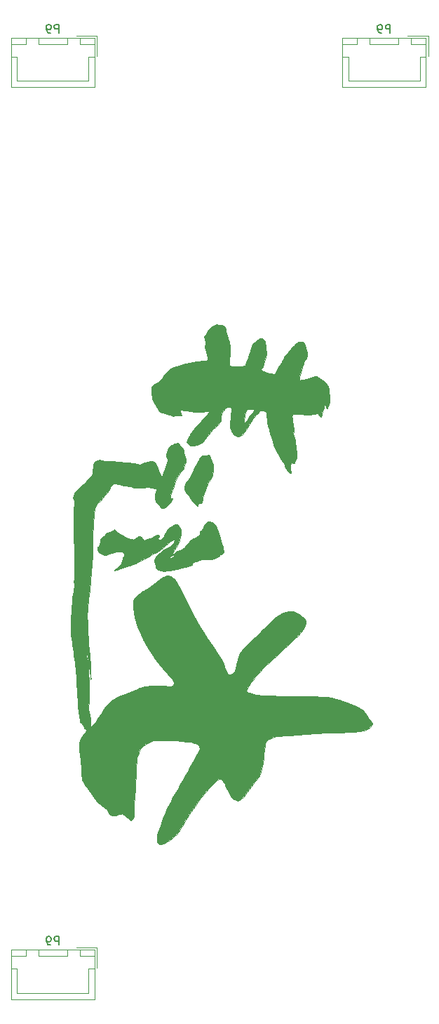
<source format=gbo>
G04 #@! TF.FileFunction,Legend,Bot*
%FSLAX46Y46*%
G04 Gerber Fmt 4.6, Leading zero omitted, Abs format (unit mm)*
G04 Created by KiCad (PCBNEW 4.0.1-stable) date 2018/11/10 20:41:03*
%MOMM*%
G01*
G04 APERTURE LIST*
%ADD10C,0.100000*%
%ADD11C,0.120000*%
%ADD12C,0.010000*%
%ADD13C,0.150000*%
G04 APERTURE END LIST*
D10*
D11*
X95550000Y-34550000D02*
X95550000Y-40500000D01*
X95550000Y-40500000D02*
X85450000Y-40500000D01*
X85450000Y-40500000D02*
X85450000Y-34550000D01*
X85450000Y-34550000D02*
X95550000Y-34550000D01*
X92250000Y-34550000D02*
X92250000Y-35300000D01*
X92250000Y-35300000D02*
X88750000Y-35300000D01*
X88750000Y-35300000D02*
X88750000Y-34550000D01*
X88750000Y-34550000D02*
X92250000Y-34550000D01*
X95550000Y-34550000D02*
X95550000Y-35300000D01*
X95550000Y-35300000D02*
X93750000Y-35300000D01*
X93750000Y-35300000D02*
X93750000Y-34550000D01*
X93750000Y-34550000D02*
X95550000Y-34550000D01*
X87250000Y-34550000D02*
X87250000Y-35300000D01*
X87250000Y-35300000D02*
X85450000Y-35300000D01*
X85450000Y-35300000D02*
X85450000Y-34550000D01*
X85450000Y-34550000D02*
X87250000Y-34550000D01*
X95550000Y-36800000D02*
X94800000Y-36800000D01*
X94800000Y-36800000D02*
X94800000Y-39750000D01*
X94800000Y-39750000D02*
X90500000Y-39750000D01*
X85450000Y-36800000D02*
X86200000Y-36800000D01*
X86200000Y-36800000D02*
X86200000Y-39750000D01*
X86200000Y-39750000D02*
X90500000Y-39750000D01*
X93350000Y-34250000D02*
X95850000Y-34250000D01*
X95850000Y-34250000D02*
X95850000Y-36750000D01*
X55550000Y-34550000D02*
X55550000Y-40500000D01*
X55550000Y-40500000D02*
X45450000Y-40500000D01*
X45450000Y-40500000D02*
X45450000Y-34550000D01*
X45450000Y-34550000D02*
X55550000Y-34550000D01*
X52250000Y-34550000D02*
X52250000Y-35300000D01*
X52250000Y-35300000D02*
X48750000Y-35300000D01*
X48750000Y-35300000D02*
X48750000Y-34550000D01*
X48750000Y-34550000D02*
X52250000Y-34550000D01*
X55550000Y-34550000D02*
X55550000Y-35300000D01*
X55550000Y-35300000D02*
X53750000Y-35300000D01*
X53750000Y-35300000D02*
X53750000Y-34550000D01*
X53750000Y-34550000D02*
X55550000Y-34550000D01*
X47250000Y-34550000D02*
X47250000Y-35300000D01*
X47250000Y-35300000D02*
X45450000Y-35300000D01*
X45450000Y-35300000D02*
X45450000Y-34550000D01*
X45450000Y-34550000D02*
X47250000Y-34550000D01*
X55550000Y-36800000D02*
X54800000Y-36800000D01*
X54800000Y-36800000D02*
X54800000Y-39750000D01*
X54800000Y-39750000D02*
X50500000Y-39750000D01*
X45450000Y-36800000D02*
X46200000Y-36800000D01*
X46200000Y-36800000D02*
X46200000Y-39750000D01*
X46200000Y-39750000D02*
X50500000Y-39750000D01*
X53350000Y-34250000D02*
X55850000Y-34250000D01*
X55850000Y-34250000D02*
X55850000Y-36750000D01*
X55550000Y-144550000D02*
X55550000Y-150500000D01*
X55550000Y-150500000D02*
X45450000Y-150500000D01*
X45450000Y-150500000D02*
X45450000Y-144550000D01*
X45450000Y-144550000D02*
X55550000Y-144550000D01*
X52250000Y-144550000D02*
X52250000Y-145300000D01*
X52250000Y-145300000D02*
X48750000Y-145300000D01*
X48750000Y-145300000D02*
X48750000Y-144550000D01*
X48750000Y-144550000D02*
X52250000Y-144550000D01*
X55550000Y-144550000D02*
X55550000Y-145300000D01*
X55550000Y-145300000D02*
X53750000Y-145300000D01*
X53750000Y-145300000D02*
X53750000Y-144550000D01*
X53750000Y-144550000D02*
X55550000Y-144550000D01*
X47250000Y-144550000D02*
X47250000Y-145300000D01*
X47250000Y-145300000D02*
X45450000Y-145300000D01*
X45450000Y-145300000D02*
X45450000Y-144550000D01*
X45450000Y-144550000D02*
X47250000Y-144550000D01*
X55550000Y-146800000D02*
X54800000Y-146800000D01*
X54800000Y-146800000D02*
X54800000Y-149750000D01*
X54800000Y-149750000D02*
X50500000Y-149750000D01*
X45450000Y-146800000D02*
X46200000Y-146800000D01*
X46200000Y-146800000D02*
X46200000Y-149750000D01*
X46200000Y-149750000D02*
X50500000Y-149750000D01*
X53350000Y-144250000D02*
X55850000Y-144250000D01*
X55850000Y-144250000D02*
X55850000Y-146750000D01*
D12*
G36*
X89072643Y-117194898D02*
X88997899Y-117053715D01*
X88841357Y-116854297D01*
X88799471Y-116805901D01*
X88600579Y-116562744D01*
X88383898Y-116273542D01*
X88198320Y-116003875D01*
X88069425Y-115810148D01*
X87958853Y-115669964D01*
X87837797Y-115560042D01*
X87677449Y-115457101D01*
X87449001Y-115337860D01*
X87259064Y-115244822D01*
X86889909Y-115075244D01*
X86458292Y-114892790D01*
X85994491Y-114708826D01*
X85528781Y-114534718D01*
X85091439Y-114381833D01*
X84712744Y-114261536D01*
X84456255Y-114192627D01*
X84060661Y-114121582D01*
X83546435Y-114063998D01*
X82911940Y-114019780D01*
X82155540Y-113988832D01*
X81275599Y-113971059D01*
X80579404Y-113966394D01*
X79857547Y-113962680D01*
X79137385Y-113954641D01*
X78432418Y-113942727D01*
X77756145Y-113927386D01*
X77122065Y-113909070D01*
X76543679Y-113888228D01*
X76034485Y-113865309D01*
X75607984Y-113840764D01*
X75277673Y-113815042D01*
X75057054Y-113788593D01*
X75016500Y-113781059D01*
X74755138Y-113718240D01*
X74455157Y-113635635D01*
X74270375Y-113579309D01*
X74096175Y-113517885D01*
X73968228Y-113452536D01*
X73890420Y-113372473D01*
X73866640Y-113266910D01*
X73900773Y-113125059D01*
X73996708Y-112936131D01*
X74158331Y-112689339D01*
X74389529Y-112373895D01*
X74694190Y-111979011D01*
X74976175Y-111620500D01*
X75244420Y-111293041D01*
X75532665Y-110961794D01*
X75813396Y-110657086D01*
X76059099Y-110409242D01*
X76157229Y-110318750D01*
X76318726Y-110174053D01*
X76544624Y-109968383D01*
X76821473Y-109714269D01*
X77135823Y-109424243D01*
X77474224Y-109110832D01*
X77823225Y-108786566D01*
X78169378Y-108463975D01*
X78499230Y-108155589D01*
X78799333Y-107873937D01*
X79056237Y-107631548D01*
X79256491Y-107440952D01*
X79386645Y-107314678D01*
X79429750Y-107270213D01*
X79508882Y-107191590D01*
X79652053Y-107060715D01*
X79807559Y-106923951D01*
X80099434Y-106644634D01*
X80392130Y-106306108D01*
X80706544Y-105883525D01*
X80817022Y-105723750D01*
X80990844Y-105406412D01*
X81055351Y-105114186D01*
X81007288Y-104835436D01*
X80843401Y-104558530D01*
X80560436Y-104271831D01*
X80367493Y-104116786D01*
X79944122Y-103860381D01*
X79506834Y-103725098D01*
X79048143Y-103710543D01*
X78560564Y-103816322D01*
X78121236Y-103998856D01*
X77711628Y-104237435D01*
X77260884Y-104561115D01*
X76795704Y-104947636D01*
X76342790Y-105374736D01*
X75928842Y-105820153D01*
X75908962Y-105843306D01*
X75616532Y-106169788D01*
X75273232Y-106529095D01*
X74923419Y-106875943D01*
X74632853Y-107146104D01*
X74119833Y-107619072D01*
X73704266Y-108044175D01*
X73374833Y-108439102D01*
X73120214Y-108821545D01*
X72929091Y-109209193D01*
X72790142Y-109619736D01*
X72692050Y-110070866D01*
X72669154Y-110215020D01*
X72585991Y-110622410D01*
X72467018Y-110922085D01*
X72301110Y-111130907D01*
X72077139Y-111265738D01*
X71947572Y-111308636D01*
X71774601Y-111336661D01*
X71642091Y-111303033D01*
X71533807Y-111191639D01*
X71433513Y-110986367D01*
X71334023Y-110699750D01*
X71098175Y-110086373D01*
X70759639Y-109408967D01*
X70317288Y-108665468D01*
X69829058Y-107937500D01*
X69200575Y-107024994D01*
X68648902Y-106184515D01*
X68162554Y-105396807D01*
X67730045Y-104642613D01*
X67339890Y-103902676D01*
X66988572Y-103175000D01*
X66680224Y-102514477D01*
X66411565Y-101954468D01*
X66173924Y-101478057D01*
X65958632Y-101068325D01*
X65757018Y-100708355D01*
X65560413Y-100381230D01*
X65540430Y-100349250D01*
X65352390Y-100058260D01*
X65204598Y-99855419D01*
X65076566Y-99717344D01*
X64947804Y-99620650D01*
X64858921Y-99571375D01*
X64660414Y-99482704D01*
X64477975Y-99434383D01*
X64295548Y-99432398D01*
X64097079Y-99482735D01*
X63866512Y-99591380D01*
X63587791Y-99764319D01*
X63244862Y-100007539D01*
X62821669Y-100327025D01*
X62811753Y-100334635D01*
X62478606Y-100583870D01*
X62119287Y-100841889D01*
X61773012Y-101081157D01*
X61478998Y-101274142D01*
X61430456Y-101304431D01*
X60999645Y-101582193D01*
X60673438Y-101827537D01*
X60440348Y-102059540D01*
X60288888Y-102297280D01*
X60207572Y-102559837D01*
X60184913Y-102866288D01*
X60209424Y-103235712D01*
X60218750Y-103316964D01*
X60420653Y-104465312D01*
X60745219Y-105587832D01*
X61188953Y-106673314D01*
X61391491Y-107080250D01*
X61725679Y-107687544D01*
X62094424Y-108303624D01*
X62481690Y-108904724D01*
X62871440Y-109467079D01*
X63247639Y-109966920D01*
X63594249Y-110380481D01*
X63683738Y-110477500D01*
X63894877Y-110711551D01*
X64101003Y-110958396D01*
X64263693Y-111171651D01*
X64288691Y-111207750D01*
X64451263Y-111423309D01*
X64659434Y-111665879D01*
X64838492Y-111853125D01*
X65044788Y-112076132D01*
X65148684Y-112252780D01*
X65155255Y-112404378D01*
X65069574Y-112552234D01*
X65018137Y-112607637D01*
X64959766Y-112665487D01*
X64904360Y-112707980D01*
X64833782Y-112736225D01*
X64729896Y-112751328D01*
X64574564Y-112754399D01*
X64349651Y-112746546D01*
X64037020Y-112728877D01*
X63618534Y-112702500D01*
X63543564Y-112697738D01*
X63032102Y-112671116D01*
X62611994Y-112666042D01*
X62248823Y-112686476D01*
X61908167Y-112736376D01*
X61555606Y-112819699D01*
X61156721Y-112940405D01*
X61008617Y-112989264D01*
X60687442Y-113103734D01*
X60298018Y-113253539D01*
X59864628Y-113428259D01*
X59411556Y-113617478D01*
X58963085Y-113810777D01*
X58543498Y-113997738D01*
X58177079Y-114167945D01*
X57888111Y-114310979D01*
X57744500Y-114389603D01*
X57473713Y-114568786D01*
X57229570Y-114778146D01*
X56995022Y-115037444D01*
X56753021Y-115366439D01*
X56486518Y-115784894D01*
X56365790Y-115987623D01*
X56154028Y-116332350D01*
X55921726Y-116683935D01*
X55694125Y-117005708D01*
X55496465Y-117260997D01*
X55458500Y-117305755D01*
X55045750Y-117781013D01*
X55028728Y-116939132D01*
X55018773Y-116581586D01*
X55004068Y-116330862D01*
X54982019Y-116166800D01*
X54950031Y-116069238D01*
X54910629Y-116021651D01*
X54880138Y-115987190D01*
X54857338Y-115925651D01*
X54841733Y-115822380D01*
X54832828Y-115662724D01*
X54830126Y-115432030D01*
X54833132Y-115115645D01*
X54841350Y-114698916D01*
X54851546Y-114275401D01*
X54863276Y-113806268D01*
X54874308Y-113360401D01*
X54884118Y-112959309D01*
X54892183Y-112624504D01*
X54897981Y-112377497D01*
X54900677Y-112255500D01*
X54889768Y-111973227D01*
X54853914Y-111671528D01*
X54833907Y-111564208D01*
X54801002Y-111342099D01*
X54777097Y-111045258D01*
X54765924Y-110725843D01*
X54765770Y-110611708D01*
X54771540Y-110001250D01*
X54855016Y-110318750D01*
X54902829Y-110545589D01*
X54948340Y-110836691D01*
X54981792Y-111129538D01*
X54982106Y-111133098D01*
X55006502Y-111360160D01*
X55032666Y-111523141D01*
X55055890Y-111594583D01*
X55061222Y-111594445D01*
X55081734Y-111507976D01*
X55090079Y-111316582D01*
X55087079Y-111041670D01*
X55073559Y-110704649D01*
X55050341Y-110326926D01*
X55018249Y-109929911D01*
X54984084Y-109588500D01*
X54921429Y-108972946D01*
X54863763Y-108316781D01*
X54811876Y-107636934D01*
X54766556Y-106950335D01*
X54728595Y-106273913D01*
X54698780Y-105624597D01*
X54677903Y-105019316D01*
X54666752Y-104475000D01*
X54666118Y-104008578D01*
X54676790Y-103636979D01*
X54695683Y-103405588D01*
X54826839Y-102312044D01*
X54946322Y-101201545D01*
X55052624Y-100093699D01*
X55144236Y-99008115D01*
X55219646Y-97964402D01*
X55277346Y-96982169D01*
X55315825Y-96081025D01*
X55333575Y-95280580D01*
X55334579Y-95107090D01*
X55342344Y-94292109D01*
X55361538Y-93547090D01*
X55391506Y-92881960D01*
X55431596Y-92306644D01*
X55481155Y-91831068D01*
X55539529Y-91465157D01*
X55586851Y-91274532D01*
X55659687Y-91061848D01*
X55739493Y-90895427D01*
X55849722Y-90741295D01*
X56013827Y-90565482D01*
X56200571Y-90385532D01*
X56493745Y-90091608D01*
X56770503Y-89782892D01*
X57016363Y-89478673D01*
X57216842Y-89198239D01*
X57357460Y-88960879D01*
X57423732Y-88785881D01*
X57427000Y-88752121D01*
X57456674Y-88607335D01*
X57565201Y-88538016D01*
X57581156Y-88533730D01*
X57712871Y-88470984D01*
X57769663Y-88405520D01*
X57863878Y-88334122D01*
X58065955Y-88324795D01*
X58372969Y-88377518D01*
X58506500Y-88411114D01*
X58742926Y-88465232D01*
X59045520Y-88521910D01*
X59354190Y-88570031D01*
X59395500Y-88575588D01*
X59670230Y-88619057D01*
X59918636Y-88671309D01*
X60096479Y-88722702D01*
X60125750Y-88734756D01*
X60298842Y-88781274D01*
X60561788Y-88812679D01*
X60878251Y-88828123D01*
X61211887Y-88826760D01*
X61526358Y-88807743D01*
X61771456Y-88773125D01*
X62050585Y-88741583D01*
X62310003Y-88779370D01*
X62374706Y-88797785D01*
X62589168Y-88852071D01*
X62782630Y-88883633D01*
X62836628Y-88886813D01*
X62975083Y-88905580D01*
X63041298Y-88942178D01*
X63039810Y-89027084D01*
X63001366Y-89191196D01*
X62949795Y-89353341D01*
X62847407Y-89756580D01*
X62836645Y-90111260D01*
X62917635Y-90399461D01*
X62942187Y-90443250D01*
X63045758Y-90586515D01*
X63204187Y-90778317D01*
X63381451Y-90975264D01*
X63556080Y-91152828D01*
X63677677Y-91250248D01*
X63774749Y-91284742D01*
X63875399Y-91273634D01*
X63993737Y-91211668D01*
X64161867Y-91084674D01*
X64354252Y-90917062D01*
X64545357Y-90733242D01*
X64709644Y-90557623D01*
X64821578Y-90414614D01*
X64856500Y-90335829D01*
X64897725Y-90215068D01*
X64935875Y-90164739D01*
X64969146Y-90110425D01*
X64905229Y-90097554D01*
X64824750Y-90104414D01*
X64740549Y-90110032D01*
X64684103Y-90095202D01*
X64657520Y-90045115D01*
X64662912Y-89944963D01*
X64702387Y-89779937D01*
X64778056Y-89535230D01*
X64892028Y-89196033D01*
X64998123Y-88887500D01*
X65201662Y-88328652D01*
X65403033Y-87835068D01*
X65596445Y-87418312D01*
X65776105Y-87089952D01*
X65936221Y-86861554D01*
X66071001Y-86744684D01*
X66071295Y-86744544D01*
X66196693Y-86645960D01*
X66282487Y-86471375D01*
X66312943Y-86363544D01*
X66387552Y-86120035D01*
X66482743Y-85880494D01*
X66511803Y-85820175D01*
X66575428Y-85688710D01*
X66603027Y-85583763D01*
X66594624Y-85463311D01*
X66550243Y-85285328D01*
X66512178Y-85153425D01*
X66428531Y-84863323D01*
X66340980Y-84555034D01*
X66285955Y-84358242D01*
X66128102Y-83978125D01*
X65924720Y-83707367D01*
X65725004Y-83520765D01*
X65552389Y-83439785D01*
X65377249Y-83456427D01*
X65237500Y-83521750D01*
X65069644Y-83591164D01*
X64941211Y-83614750D01*
X64782493Y-83674603D01*
X64621531Y-83830139D01*
X64470665Y-84052857D01*
X64342239Y-84314257D01*
X64248593Y-84585837D01*
X64202068Y-84839096D01*
X64215007Y-85045533D01*
X64274055Y-85155455D01*
X64338618Y-85304860D01*
X64334149Y-85541909D01*
X64262279Y-85848719D01*
X64192861Y-86045207D01*
X64088509Y-86330029D01*
X63985561Y-86640016D01*
X63930415Y-86823750D01*
X63860635Y-87046179D01*
X63789546Y-87231152D01*
X63744210Y-87319431D01*
X63684106Y-87388147D01*
X63626456Y-87373988D01*
X63533357Y-87266992D01*
X63530406Y-87263243D01*
X63438386Y-87124556D01*
X63396276Y-87018268D01*
X63396000Y-87012816D01*
X63369967Y-86917723D01*
X63298533Y-86732114D01*
X63191698Y-86479750D01*
X63059462Y-86184394D01*
X62938143Y-85924805D01*
X62839310Y-85803397D01*
X62683142Y-85686255D01*
X62660064Y-85673248D01*
X62493287Y-85601062D01*
X62351473Y-85600166D01*
X62234488Y-85635568D01*
X62044580Y-85689086D01*
X61878633Y-85712462D01*
X61873821Y-85712500D01*
X61736490Y-85739872D01*
X61538595Y-85810409D01*
X61389112Y-85877280D01*
X61201775Y-85964882D01*
X61065465Y-86005577D01*
X60927887Y-86004201D01*
X60736742Y-85965589D01*
X60652533Y-85945389D01*
X60387219Y-85892657D01*
X60061407Y-85843969D01*
X59741470Y-85809116D01*
X59713000Y-85806818D01*
X59438317Y-85782000D01*
X59082564Y-85744853D01*
X58690496Y-85700279D01*
X58306869Y-85653184D01*
X58284250Y-85650276D01*
X57817385Y-85597059D01*
X57451672Y-85572065D01*
X57164691Y-85574208D01*
X57015405Y-85588838D01*
X56781205Y-85613260D01*
X56634911Y-85603445D01*
X56541381Y-85556578D01*
X56534155Y-85550271D01*
X56367039Y-85474016D01*
X56138296Y-85459957D01*
X55892151Y-85500114D01*
X55672830Y-85586509D01*
X55524559Y-85711163D01*
X55509883Y-85735055D01*
X55467181Y-85863896D01*
X55423107Y-86075482D01*
X55386654Y-86325981D01*
X55384213Y-86347500D01*
X55341797Y-86710417D01*
X55303412Y-86971139D01*
X55262136Y-87154002D01*
X55211045Y-87283337D01*
X55143217Y-87383477D01*
X55066366Y-87464660D01*
X54929464Y-87601552D01*
X54742990Y-87793043D01*
X54544082Y-88000941D01*
X54516525Y-88030064D01*
X54162293Y-88397930D01*
X53874189Y-88680677D01*
X53638191Y-88891703D01*
X53500126Y-89001216D01*
X53371638Y-89133678D01*
X53226620Y-89337719D01*
X53103742Y-89555308D01*
X52902575Y-89963935D01*
X53016323Y-90203593D01*
X53059686Y-90305005D01*
X53087338Y-90408568D01*
X53099901Y-90538319D01*
X53097996Y-90718296D01*
X53082245Y-90972538D01*
X53053268Y-91325081D01*
X53047138Y-91395750D01*
X53016449Y-91852446D01*
X52995378Y-92387507D01*
X52983717Y-92973896D01*
X52981258Y-93584576D01*
X52987793Y-94192508D01*
X53003116Y-94770654D01*
X53027018Y-95291976D01*
X53059292Y-95729437D01*
X53082013Y-95936000D01*
X53108218Y-96168796D01*
X53126269Y-96412871D01*
X53136308Y-96687673D01*
X53138482Y-97012647D01*
X53132936Y-97407237D01*
X53119813Y-97890889D01*
X53100693Y-98444250D01*
X53084239Y-98930633D01*
X53071505Y-99389008D01*
X53062811Y-99800178D01*
X53058476Y-100144947D01*
X53058816Y-100404120D01*
X53064151Y-100558499D01*
X53065410Y-100571500D01*
X53065789Y-100811136D01*
X53027533Y-101121881D01*
X52978416Y-101365250D01*
X52915058Y-101704216D01*
X52857191Y-102146950D01*
X52805825Y-102670298D01*
X52761972Y-103251106D01*
X52726643Y-103866222D01*
X52700848Y-104492493D01*
X52685599Y-105106764D01*
X52681907Y-105685883D01*
X52690782Y-106206696D01*
X52713236Y-106646049D01*
X52737193Y-106889750D01*
X52765395Y-107097752D01*
X52808813Y-107401439D01*
X52863078Y-107771018D01*
X52923821Y-108176692D01*
X52979296Y-108540750D01*
X53052539Y-109024051D01*
X53114371Y-109452032D01*
X53166776Y-109845384D01*
X53211741Y-110224797D01*
X53251250Y-110610961D01*
X53287288Y-111024566D01*
X53321841Y-111486302D01*
X53356894Y-112016860D01*
X53394432Y-112636928D01*
X53427800Y-113215100D01*
X53466193Y-113876616D01*
X53500291Y-114429987D01*
X53531778Y-114893931D01*
X53562340Y-115287163D01*
X53593664Y-115628398D01*
X53627436Y-115936352D01*
X53665342Y-116229741D01*
X53709067Y-116527280D01*
X53748597Y-116776128D01*
X53792129Y-117007801D01*
X53836894Y-117140972D01*
X53895788Y-117203600D01*
X53953608Y-117220628D01*
X54054226Y-117271747D01*
X54131656Y-117408472D01*
X54172375Y-117534550D01*
X54247152Y-117734193D01*
X54328639Y-117816956D01*
X54358669Y-117820300D01*
X54454112Y-117871229D01*
X54513688Y-117999022D01*
X54531979Y-118143209D01*
X54483257Y-118275671D01*
X54392766Y-118400175D01*
X54146938Y-118711412D01*
X53971871Y-118950876D01*
X53853146Y-119140992D01*
X53776339Y-119304183D01*
X53739254Y-119416329D01*
X53699595Y-119676282D01*
X53692570Y-120048181D01*
X53717675Y-120521372D01*
X53774411Y-121085199D01*
X53841600Y-121590000D01*
X53887700Y-121971485D01*
X53926809Y-122414904D01*
X53953768Y-122855204D01*
X53962428Y-123114000D01*
X53973761Y-123486528D01*
X54000000Y-123777450D01*
X54052769Y-124019757D01*
X54143691Y-124246437D01*
X54284389Y-124490478D01*
X54486488Y-124784870D01*
X54612472Y-124958896D01*
X54671597Y-125040912D01*
X54671597Y-109584646D01*
X54611555Y-109509125D01*
X54585363Y-109385569D01*
X54575422Y-109216851D01*
X54580744Y-109048300D01*
X54600341Y-108925244D01*
X54625063Y-108890000D01*
X54674022Y-108946744D01*
X54719300Y-109090253D01*
X54751021Y-109280443D01*
X54760000Y-109437688D01*
X54732618Y-109558261D01*
X54671597Y-109584646D01*
X54671597Y-125040912D01*
X54807167Y-125228970D01*
X55039755Y-125556470D01*
X55276622Y-125893869D01*
X55428573Y-126112805D01*
X55644321Y-126415678D01*
X55824715Y-126639743D01*
X55998839Y-126815634D01*
X56195777Y-126973982D01*
X56346949Y-127080079D01*
X56681890Y-127334670D01*
X56956811Y-127614615D01*
X57158842Y-127876500D01*
X57363462Y-128145549D01*
X57536479Y-128314157D01*
X57707739Y-128393030D01*
X57907087Y-128392872D01*
X58164369Y-128324388D01*
X58287383Y-128281280D01*
X58516573Y-128204660D01*
X58713498Y-128150379D01*
X58832385Y-128130500D01*
X58936116Y-128172410D01*
X59098697Y-128283952D01*
X59290299Y-128443844D01*
X59353372Y-128502222D01*
X59604444Y-128727441D01*
X59793947Y-128860707D01*
X59940116Y-128908855D01*
X60061192Y-128878722D01*
X60153050Y-128801987D01*
X60210412Y-128728715D01*
X60247892Y-128637404D01*
X60269290Y-128501843D01*
X60278408Y-128295824D01*
X60279046Y-127993137D01*
X60278631Y-127935959D01*
X60283500Y-127605340D01*
X60300822Y-127193671D01*
X60328108Y-126746018D01*
X60362870Y-126307448D01*
X60376584Y-126162000D01*
X60408235Y-125796001D01*
X60440929Y-125335832D01*
X60472753Y-124814294D01*
X60501790Y-124264182D01*
X60526125Y-123718294D01*
X60537897Y-123399750D01*
X60559388Y-122803628D01*
X60581277Y-122317754D01*
X60605876Y-121925390D01*
X60635497Y-121609798D01*
X60672450Y-121354242D01*
X60719047Y-121141982D01*
X60777599Y-120956283D01*
X60850418Y-120780405D01*
X60919264Y-120637970D01*
X61141629Y-120270263D01*
X61413064Y-119970413D01*
X61761750Y-119711800D01*
X62096160Y-119526250D01*
X62602250Y-119272250D01*
X63967500Y-119272250D01*
X64708672Y-119282874D01*
X65418581Y-119313582D01*
X66079042Y-119362631D01*
X66671872Y-119428276D01*
X67178886Y-119508774D01*
X67581900Y-119602380D01*
X67660746Y-119626478D01*
X67883186Y-119702088D01*
X68015478Y-119766274D01*
X68088712Y-119845433D01*
X68133977Y-119965958D01*
X68154820Y-120045939D01*
X68225898Y-120328217D01*
X67452529Y-121768734D01*
X67095636Y-122431479D01*
X66780279Y-123012033D01*
X66489445Y-123540901D01*
X66206120Y-124048591D01*
X65913293Y-124565609D01*
X65593950Y-125122463D01*
X65268161Y-125685750D01*
X64988039Y-126177537D01*
X64743256Y-126629623D01*
X64521944Y-127067725D01*
X64312234Y-127517558D01*
X64102258Y-128004837D01*
X63880147Y-128555277D01*
X63634033Y-129194594D01*
X63568331Y-129368750D01*
X63397881Y-129827127D01*
X63269380Y-130188729D01*
X63177450Y-130474637D01*
X63116709Y-130705929D01*
X63081780Y-130903681D01*
X63067282Y-131088975D01*
X63067837Y-131282886D01*
X63069270Y-131324262D01*
X63127563Y-131577660D01*
X63266582Y-131761487D01*
X63464861Y-131855155D01*
X63624275Y-131856574D01*
X63889501Y-131768943D01*
X64221742Y-131583831D01*
X64613180Y-131306371D01*
X65055999Y-130941693D01*
X65166278Y-130844245D01*
X65431499Y-130601387D01*
X65626205Y-130403438D01*
X65778330Y-130215075D01*
X65915804Y-130000973D01*
X66066560Y-129725807D01*
X66097562Y-129666490D01*
X66272804Y-129350559D01*
X66494383Y-128981212D01*
X66732551Y-128606719D01*
X66935869Y-128306075D01*
X67169107Y-127971280D01*
X67421597Y-127604272D01*
X67661246Y-127251929D01*
X67838503Y-126987500D01*
X68010805Y-126732084D01*
X68168943Y-126505514D01*
X68293380Y-126335331D01*
X68356498Y-126257250D01*
X68445156Y-126157255D01*
X68592786Y-125986068D01*
X68776887Y-125769921D01*
X68928379Y-125590500D01*
X69372143Y-125074620D01*
X69750621Y-124660635D01*
X70068347Y-124344352D01*
X70329855Y-124121583D01*
X70539681Y-123988134D01*
X70702358Y-123939817D01*
X70714641Y-123939500D01*
X70836141Y-123992988D01*
X70985431Y-124134599D01*
X71139506Y-124336056D01*
X71275364Y-124569081D01*
X71334280Y-124701205D01*
X71422723Y-124908529D01*
X71550685Y-125185404D01*
X71698135Y-125489210D01*
X71792933Y-125677035D01*
X71942364Y-125960294D01*
X72057261Y-126152597D01*
X72156563Y-126278181D01*
X72259208Y-126361283D01*
X72375094Y-126422062D01*
X72625564Y-126513712D01*
X72847713Y-126538245D01*
X73056198Y-126487237D01*
X73265680Y-126352265D01*
X73490816Y-126124905D01*
X73746266Y-125796732D01*
X73935513Y-125525362D01*
X74166240Y-125196795D01*
X74418670Y-124856707D01*
X74663564Y-124543425D01*
X74871681Y-124295273D01*
X74887434Y-124277638D01*
X75090156Y-124039807D01*
X75274381Y-123801640D01*
X75412464Y-123599825D01*
X75456143Y-123522858D01*
X75607135Y-123144104D01*
X75741224Y-122650941D01*
X75855972Y-122055132D01*
X75948942Y-121368442D01*
X75991363Y-120939643D01*
X76044582Y-120406814D01*
X76103225Y-119987499D01*
X76170608Y-119668232D01*
X76250046Y-119435545D01*
X76344858Y-119275971D01*
X76419056Y-119202927D01*
X76590097Y-119107187D01*
X76852726Y-119004001D01*
X77173009Y-118905243D01*
X77488536Y-118828690D01*
X77681153Y-118798462D01*
X77974370Y-118765519D01*
X78341890Y-118732187D01*
X78757412Y-118700796D01*
X79194639Y-118673674D01*
X79306849Y-118667700D01*
X79781019Y-118640586D01*
X80273637Y-118607574D01*
X80749019Y-118571392D01*
X81171480Y-118534770D01*
X81505335Y-118500434D01*
X81525250Y-118498094D01*
X81813705Y-118470674D01*
X82208753Y-118443341D01*
X82689993Y-118417072D01*
X83237020Y-118392843D01*
X83829432Y-118371629D01*
X84446826Y-118354407D01*
X84605000Y-118350789D01*
X85379767Y-118331179D01*
X86034381Y-118308653D01*
X86575666Y-118282850D01*
X87010442Y-118253414D01*
X87345532Y-118219986D01*
X87494250Y-118199056D01*
X88053360Y-118077002D01*
X88493755Y-117910485D01*
X88815748Y-117699325D01*
X89019653Y-117443345D01*
X89077356Y-117298714D01*
X89072643Y-117194898D01*
X89072643Y-117194898D01*
G37*
X89072643Y-117194898D02*
X88997899Y-117053715D01*
X88841357Y-116854297D01*
X88799471Y-116805901D01*
X88600579Y-116562744D01*
X88383898Y-116273542D01*
X88198320Y-116003875D01*
X88069425Y-115810148D01*
X87958853Y-115669964D01*
X87837797Y-115560042D01*
X87677449Y-115457101D01*
X87449001Y-115337860D01*
X87259064Y-115244822D01*
X86889909Y-115075244D01*
X86458292Y-114892790D01*
X85994491Y-114708826D01*
X85528781Y-114534718D01*
X85091439Y-114381833D01*
X84712744Y-114261536D01*
X84456255Y-114192627D01*
X84060661Y-114121582D01*
X83546435Y-114063998D01*
X82911940Y-114019780D01*
X82155540Y-113988832D01*
X81275599Y-113971059D01*
X80579404Y-113966394D01*
X79857547Y-113962680D01*
X79137385Y-113954641D01*
X78432418Y-113942727D01*
X77756145Y-113927386D01*
X77122065Y-113909070D01*
X76543679Y-113888228D01*
X76034485Y-113865309D01*
X75607984Y-113840764D01*
X75277673Y-113815042D01*
X75057054Y-113788593D01*
X75016500Y-113781059D01*
X74755138Y-113718240D01*
X74455157Y-113635635D01*
X74270375Y-113579309D01*
X74096175Y-113517885D01*
X73968228Y-113452536D01*
X73890420Y-113372473D01*
X73866640Y-113266910D01*
X73900773Y-113125059D01*
X73996708Y-112936131D01*
X74158331Y-112689339D01*
X74389529Y-112373895D01*
X74694190Y-111979011D01*
X74976175Y-111620500D01*
X75244420Y-111293041D01*
X75532665Y-110961794D01*
X75813396Y-110657086D01*
X76059099Y-110409242D01*
X76157229Y-110318750D01*
X76318726Y-110174053D01*
X76544624Y-109968383D01*
X76821473Y-109714269D01*
X77135823Y-109424243D01*
X77474224Y-109110832D01*
X77823225Y-108786566D01*
X78169378Y-108463975D01*
X78499230Y-108155589D01*
X78799333Y-107873937D01*
X79056237Y-107631548D01*
X79256491Y-107440952D01*
X79386645Y-107314678D01*
X79429750Y-107270213D01*
X79508882Y-107191590D01*
X79652053Y-107060715D01*
X79807559Y-106923951D01*
X80099434Y-106644634D01*
X80392130Y-106306108D01*
X80706544Y-105883525D01*
X80817022Y-105723750D01*
X80990844Y-105406412D01*
X81055351Y-105114186D01*
X81007288Y-104835436D01*
X80843401Y-104558530D01*
X80560436Y-104271831D01*
X80367493Y-104116786D01*
X79944122Y-103860381D01*
X79506834Y-103725098D01*
X79048143Y-103710543D01*
X78560564Y-103816322D01*
X78121236Y-103998856D01*
X77711628Y-104237435D01*
X77260884Y-104561115D01*
X76795704Y-104947636D01*
X76342790Y-105374736D01*
X75928842Y-105820153D01*
X75908962Y-105843306D01*
X75616532Y-106169788D01*
X75273232Y-106529095D01*
X74923419Y-106875943D01*
X74632853Y-107146104D01*
X74119833Y-107619072D01*
X73704266Y-108044175D01*
X73374833Y-108439102D01*
X73120214Y-108821545D01*
X72929091Y-109209193D01*
X72790142Y-109619736D01*
X72692050Y-110070866D01*
X72669154Y-110215020D01*
X72585991Y-110622410D01*
X72467018Y-110922085D01*
X72301110Y-111130907D01*
X72077139Y-111265738D01*
X71947572Y-111308636D01*
X71774601Y-111336661D01*
X71642091Y-111303033D01*
X71533807Y-111191639D01*
X71433513Y-110986367D01*
X71334023Y-110699750D01*
X71098175Y-110086373D01*
X70759639Y-109408967D01*
X70317288Y-108665468D01*
X69829058Y-107937500D01*
X69200575Y-107024994D01*
X68648902Y-106184515D01*
X68162554Y-105396807D01*
X67730045Y-104642613D01*
X67339890Y-103902676D01*
X66988572Y-103175000D01*
X66680224Y-102514477D01*
X66411565Y-101954468D01*
X66173924Y-101478057D01*
X65958632Y-101068325D01*
X65757018Y-100708355D01*
X65560413Y-100381230D01*
X65540430Y-100349250D01*
X65352390Y-100058260D01*
X65204598Y-99855419D01*
X65076566Y-99717344D01*
X64947804Y-99620650D01*
X64858921Y-99571375D01*
X64660414Y-99482704D01*
X64477975Y-99434383D01*
X64295548Y-99432398D01*
X64097079Y-99482735D01*
X63866512Y-99591380D01*
X63587791Y-99764319D01*
X63244862Y-100007539D01*
X62821669Y-100327025D01*
X62811753Y-100334635D01*
X62478606Y-100583870D01*
X62119287Y-100841889D01*
X61773012Y-101081157D01*
X61478998Y-101274142D01*
X61430456Y-101304431D01*
X60999645Y-101582193D01*
X60673438Y-101827537D01*
X60440348Y-102059540D01*
X60288888Y-102297280D01*
X60207572Y-102559837D01*
X60184913Y-102866288D01*
X60209424Y-103235712D01*
X60218750Y-103316964D01*
X60420653Y-104465312D01*
X60745219Y-105587832D01*
X61188953Y-106673314D01*
X61391491Y-107080250D01*
X61725679Y-107687544D01*
X62094424Y-108303624D01*
X62481690Y-108904724D01*
X62871440Y-109467079D01*
X63247639Y-109966920D01*
X63594249Y-110380481D01*
X63683738Y-110477500D01*
X63894877Y-110711551D01*
X64101003Y-110958396D01*
X64263693Y-111171651D01*
X64288691Y-111207750D01*
X64451263Y-111423309D01*
X64659434Y-111665879D01*
X64838492Y-111853125D01*
X65044788Y-112076132D01*
X65148684Y-112252780D01*
X65155255Y-112404378D01*
X65069574Y-112552234D01*
X65018137Y-112607637D01*
X64959766Y-112665487D01*
X64904360Y-112707980D01*
X64833782Y-112736225D01*
X64729896Y-112751328D01*
X64574564Y-112754399D01*
X64349651Y-112746546D01*
X64037020Y-112728877D01*
X63618534Y-112702500D01*
X63543564Y-112697738D01*
X63032102Y-112671116D01*
X62611994Y-112666042D01*
X62248823Y-112686476D01*
X61908167Y-112736376D01*
X61555606Y-112819699D01*
X61156721Y-112940405D01*
X61008617Y-112989264D01*
X60687442Y-113103734D01*
X60298018Y-113253539D01*
X59864628Y-113428259D01*
X59411556Y-113617478D01*
X58963085Y-113810777D01*
X58543498Y-113997738D01*
X58177079Y-114167945D01*
X57888111Y-114310979D01*
X57744500Y-114389603D01*
X57473713Y-114568786D01*
X57229570Y-114778146D01*
X56995022Y-115037444D01*
X56753021Y-115366439D01*
X56486518Y-115784894D01*
X56365790Y-115987623D01*
X56154028Y-116332350D01*
X55921726Y-116683935D01*
X55694125Y-117005708D01*
X55496465Y-117260997D01*
X55458500Y-117305755D01*
X55045750Y-117781013D01*
X55028728Y-116939132D01*
X55018773Y-116581586D01*
X55004068Y-116330862D01*
X54982019Y-116166800D01*
X54950031Y-116069238D01*
X54910629Y-116021651D01*
X54880138Y-115987190D01*
X54857338Y-115925651D01*
X54841733Y-115822380D01*
X54832828Y-115662724D01*
X54830126Y-115432030D01*
X54833132Y-115115645D01*
X54841350Y-114698916D01*
X54851546Y-114275401D01*
X54863276Y-113806268D01*
X54874308Y-113360401D01*
X54884118Y-112959309D01*
X54892183Y-112624504D01*
X54897981Y-112377497D01*
X54900677Y-112255500D01*
X54889768Y-111973227D01*
X54853914Y-111671528D01*
X54833907Y-111564208D01*
X54801002Y-111342099D01*
X54777097Y-111045258D01*
X54765924Y-110725843D01*
X54765770Y-110611708D01*
X54771540Y-110001250D01*
X54855016Y-110318750D01*
X54902829Y-110545589D01*
X54948340Y-110836691D01*
X54981792Y-111129538D01*
X54982106Y-111133098D01*
X55006502Y-111360160D01*
X55032666Y-111523141D01*
X55055890Y-111594583D01*
X55061222Y-111594445D01*
X55081734Y-111507976D01*
X55090079Y-111316582D01*
X55087079Y-111041670D01*
X55073559Y-110704649D01*
X55050341Y-110326926D01*
X55018249Y-109929911D01*
X54984084Y-109588500D01*
X54921429Y-108972946D01*
X54863763Y-108316781D01*
X54811876Y-107636934D01*
X54766556Y-106950335D01*
X54728595Y-106273913D01*
X54698780Y-105624597D01*
X54677903Y-105019316D01*
X54666752Y-104475000D01*
X54666118Y-104008578D01*
X54676790Y-103636979D01*
X54695683Y-103405588D01*
X54826839Y-102312044D01*
X54946322Y-101201545D01*
X55052624Y-100093699D01*
X55144236Y-99008115D01*
X55219646Y-97964402D01*
X55277346Y-96982169D01*
X55315825Y-96081025D01*
X55333575Y-95280580D01*
X55334579Y-95107090D01*
X55342344Y-94292109D01*
X55361538Y-93547090D01*
X55391506Y-92881960D01*
X55431596Y-92306644D01*
X55481155Y-91831068D01*
X55539529Y-91465157D01*
X55586851Y-91274532D01*
X55659687Y-91061848D01*
X55739493Y-90895427D01*
X55849722Y-90741295D01*
X56013827Y-90565482D01*
X56200571Y-90385532D01*
X56493745Y-90091608D01*
X56770503Y-89782892D01*
X57016363Y-89478673D01*
X57216842Y-89198239D01*
X57357460Y-88960879D01*
X57423732Y-88785881D01*
X57427000Y-88752121D01*
X57456674Y-88607335D01*
X57565201Y-88538016D01*
X57581156Y-88533730D01*
X57712871Y-88470984D01*
X57769663Y-88405520D01*
X57863878Y-88334122D01*
X58065955Y-88324795D01*
X58372969Y-88377518D01*
X58506500Y-88411114D01*
X58742926Y-88465232D01*
X59045520Y-88521910D01*
X59354190Y-88570031D01*
X59395500Y-88575588D01*
X59670230Y-88619057D01*
X59918636Y-88671309D01*
X60096479Y-88722702D01*
X60125750Y-88734756D01*
X60298842Y-88781274D01*
X60561788Y-88812679D01*
X60878251Y-88828123D01*
X61211887Y-88826760D01*
X61526358Y-88807743D01*
X61771456Y-88773125D01*
X62050585Y-88741583D01*
X62310003Y-88779370D01*
X62374706Y-88797785D01*
X62589168Y-88852071D01*
X62782630Y-88883633D01*
X62836628Y-88886813D01*
X62975083Y-88905580D01*
X63041298Y-88942178D01*
X63039810Y-89027084D01*
X63001366Y-89191196D01*
X62949795Y-89353341D01*
X62847407Y-89756580D01*
X62836645Y-90111260D01*
X62917635Y-90399461D01*
X62942187Y-90443250D01*
X63045758Y-90586515D01*
X63204187Y-90778317D01*
X63381451Y-90975264D01*
X63556080Y-91152828D01*
X63677677Y-91250248D01*
X63774749Y-91284742D01*
X63875399Y-91273634D01*
X63993737Y-91211668D01*
X64161867Y-91084674D01*
X64354252Y-90917062D01*
X64545357Y-90733242D01*
X64709644Y-90557623D01*
X64821578Y-90414614D01*
X64856500Y-90335829D01*
X64897725Y-90215068D01*
X64935875Y-90164739D01*
X64969146Y-90110425D01*
X64905229Y-90097554D01*
X64824750Y-90104414D01*
X64740549Y-90110032D01*
X64684103Y-90095202D01*
X64657520Y-90045115D01*
X64662912Y-89944963D01*
X64702387Y-89779937D01*
X64778056Y-89535230D01*
X64892028Y-89196033D01*
X64998123Y-88887500D01*
X65201662Y-88328652D01*
X65403033Y-87835068D01*
X65596445Y-87418312D01*
X65776105Y-87089952D01*
X65936221Y-86861554D01*
X66071001Y-86744684D01*
X66071295Y-86744544D01*
X66196693Y-86645960D01*
X66282487Y-86471375D01*
X66312943Y-86363544D01*
X66387552Y-86120035D01*
X66482743Y-85880494D01*
X66511803Y-85820175D01*
X66575428Y-85688710D01*
X66603027Y-85583763D01*
X66594624Y-85463311D01*
X66550243Y-85285328D01*
X66512178Y-85153425D01*
X66428531Y-84863323D01*
X66340980Y-84555034D01*
X66285955Y-84358242D01*
X66128102Y-83978125D01*
X65924720Y-83707367D01*
X65725004Y-83520765D01*
X65552389Y-83439785D01*
X65377249Y-83456427D01*
X65237500Y-83521750D01*
X65069644Y-83591164D01*
X64941211Y-83614750D01*
X64782493Y-83674603D01*
X64621531Y-83830139D01*
X64470665Y-84052857D01*
X64342239Y-84314257D01*
X64248593Y-84585837D01*
X64202068Y-84839096D01*
X64215007Y-85045533D01*
X64274055Y-85155455D01*
X64338618Y-85304860D01*
X64334149Y-85541909D01*
X64262279Y-85848719D01*
X64192861Y-86045207D01*
X64088509Y-86330029D01*
X63985561Y-86640016D01*
X63930415Y-86823750D01*
X63860635Y-87046179D01*
X63789546Y-87231152D01*
X63744210Y-87319431D01*
X63684106Y-87388147D01*
X63626456Y-87373988D01*
X63533357Y-87266992D01*
X63530406Y-87263243D01*
X63438386Y-87124556D01*
X63396276Y-87018268D01*
X63396000Y-87012816D01*
X63369967Y-86917723D01*
X63298533Y-86732114D01*
X63191698Y-86479750D01*
X63059462Y-86184394D01*
X62938143Y-85924805D01*
X62839310Y-85803397D01*
X62683142Y-85686255D01*
X62660064Y-85673248D01*
X62493287Y-85601062D01*
X62351473Y-85600166D01*
X62234488Y-85635568D01*
X62044580Y-85689086D01*
X61878633Y-85712462D01*
X61873821Y-85712500D01*
X61736490Y-85739872D01*
X61538595Y-85810409D01*
X61389112Y-85877280D01*
X61201775Y-85964882D01*
X61065465Y-86005577D01*
X60927887Y-86004201D01*
X60736742Y-85965589D01*
X60652533Y-85945389D01*
X60387219Y-85892657D01*
X60061407Y-85843969D01*
X59741470Y-85809116D01*
X59713000Y-85806818D01*
X59438317Y-85782000D01*
X59082564Y-85744853D01*
X58690496Y-85700279D01*
X58306869Y-85653184D01*
X58284250Y-85650276D01*
X57817385Y-85597059D01*
X57451672Y-85572065D01*
X57164691Y-85574208D01*
X57015405Y-85588838D01*
X56781205Y-85613260D01*
X56634911Y-85603445D01*
X56541381Y-85556578D01*
X56534155Y-85550271D01*
X56367039Y-85474016D01*
X56138296Y-85459957D01*
X55892151Y-85500114D01*
X55672830Y-85586509D01*
X55524559Y-85711163D01*
X55509883Y-85735055D01*
X55467181Y-85863896D01*
X55423107Y-86075482D01*
X55386654Y-86325981D01*
X55384213Y-86347500D01*
X55341797Y-86710417D01*
X55303412Y-86971139D01*
X55262136Y-87154002D01*
X55211045Y-87283337D01*
X55143217Y-87383477D01*
X55066366Y-87464660D01*
X54929464Y-87601552D01*
X54742990Y-87793043D01*
X54544082Y-88000941D01*
X54516525Y-88030064D01*
X54162293Y-88397930D01*
X53874189Y-88680677D01*
X53638191Y-88891703D01*
X53500126Y-89001216D01*
X53371638Y-89133678D01*
X53226620Y-89337719D01*
X53103742Y-89555308D01*
X52902575Y-89963935D01*
X53016323Y-90203593D01*
X53059686Y-90305005D01*
X53087338Y-90408568D01*
X53099901Y-90538319D01*
X53097996Y-90718296D01*
X53082245Y-90972538D01*
X53053268Y-91325081D01*
X53047138Y-91395750D01*
X53016449Y-91852446D01*
X52995378Y-92387507D01*
X52983717Y-92973896D01*
X52981258Y-93584576D01*
X52987793Y-94192508D01*
X53003116Y-94770654D01*
X53027018Y-95291976D01*
X53059292Y-95729437D01*
X53082013Y-95936000D01*
X53108218Y-96168796D01*
X53126269Y-96412871D01*
X53136308Y-96687673D01*
X53138482Y-97012647D01*
X53132936Y-97407237D01*
X53119813Y-97890889D01*
X53100693Y-98444250D01*
X53084239Y-98930633D01*
X53071505Y-99389008D01*
X53062811Y-99800178D01*
X53058476Y-100144947D01*
X53058816Y-100404120D01*
X53064151Y-100558499D01*
X53065410Y-100571500D01*
X53065789Y-100811136D01*
X53027533Y-101121881D01*
X52978416Y-101365250D01*
X52915058Y-101704216D01*
X52857191Y-102146950D01*
X52805825Y-102670298D01*
X52761972Y-103251106D01*
X52726643Y-103866222D01*
X52700848Y-104492493D01*
X52685599Y-105106764D01*
X52681907Y-105685883D01*
X52690782Y-106206696D01*
X52713236Y-106646049D01*
X52737193Y-106889750D01*
X52765395Y-107097752D01*
X52808813Y-107401439D01*
X52863078Y-107771018D01*
X52923821Y-108176692D01*
X52979296Y-108540750D01*
X53052539Y-109024051D01*
X53114371Y-109452032D01*
X53166776Y-109845384D01*
X53211741Y-110224797D01*
X53251250Y-110610961D01*
X53287288Y-111024566D01*
X53321841Y-111486302D01*
X53356894Y-112016860D01*
X53394432Y-112636928D01*
X53427800Y-113215100D01*
X53466193Y-113876616D01*
X53500291Y-114429987D01*
X53531778Y-114893931D01*
X53562340Y-115287163D01*
X53593664Y-115628398D01*
X53627436Y-115936352D01*
X53665342Y-116229741D01*
X53709067Y-116527280D01*
X53748597Y-116776128D01*
X53792129Y-117007801D01*
X53836894Y-117140972D01*
X53895788Y-117203600D01*
X53953608Y-117220628D01*
X54054226Y-117271747D01*
X54131656Y-117408472D01*
X54172375Y-117534550D01*
X54247152Y-117734193D01*
X54328639Y-117816956D01*
X54358669Y-117820300D01*
X54454112Y-117871229D01*
X54513688Y-117999022D01*
X54531979Y-118143209D01*
X54483257Y-118275671D01*
X54392766Y-118400175D01*
X54146938Y-118711412D01*
X53971871Y-118950876D01*
X53853146Y-119140992D01*
X53776339Y-119304183D01*
X53739254Y-119416329D01*
X53699595Y-119676282D01*
X53692570Y-120048181D01*
X53717675Y-120521372D01*
X53774411Y-121085199D01*
X53841600Y-121590000D01*
X53887700Y-121971485D01*
X53926809Y-122414904D01*
X53953768Y-122855204D01*
X53962428Y-123114000D01*
X53973761Y-123486528D01*
X54000000Y-123777450D01*
X54052769Y-124019757D01*
X54143691Y-124246437D01*
X54284389Y-124490478D01*
X54486488Y-124784870D01*
X54612472Y-124958896D01*
X54671597Y-125040912D01*
X54671597Y-109584646D01*
X54611555Y-109509125D01*
X54585363Y-109385569D01*
X54575422Y-109216851D01*
X54580744Y-109048300D01*
X54600341Y-108925244D01*
X54625063Y-108890000D01*
X54674022Y-108946744D01*
X54719300Y-109090253D01*
X54751021Y-109280443D01*
X54760000Y-109437688D01*
X54732618Y-109558261D01*
X54671597Y-109584646D01*
X54671597Y-125040912D01*
X54807167Y-125228970D01*
X55039755Y-125556470D01*
X55276622Y-125893869D01*
X55428573Y-126112805D01*
X55644321Y-126415678D01*
X55824715Y-126639743D01*
X55998839Y-126815634D01*
X56195777Y-126973982D01*
X56346949Y-127080079D01*
X56681890Y-127334670D01*
X56956811Y-127614615D01*
X57158842Y-127876500D01*
X57363462Y-128145549D01*
X57536479Y-128314157D01*
X57707739Y-128393030D01*
X57907087Y-128392872D01*
X58164369Y-128324388D01*
X58287383Y-128281280D01*
X58516573Y-128204660D01*
X58713498Y-128150379D01*
X58832385Y-128130500D01*
X58936116Y-128172410D01*
X59098697Y-128283952D01*
X59290299Y-128443844D01*
X59353372Y-128502222D01*
X59604444Y-128727441D01*
X59793947Y-128860707D01*
X59940116Y-128908855D01*
X60061192Y-128878722D01*
X60153050Y-128801987D01*
X60210412Y-128728715D01*
X60247892Y-128637404D01*
X60269290Y-128501843D01*
X60278408Y-128295824D01*
X60279046Y-127993137D01*
X60278631Y-127935959D01*
X60283500Y-127605340D01*
X60300822Y-127193671D01*
X60328108Y-126746018D01*
X60362870Y-126307448D01*
X60376584Y-126162000D01*
X60408235Y-125796001D01*
X60440929Y-125335832D01*
X60472753Y-124814294D01*
X60501790Y-124264182D01*
X60526125Y-123718294D01*
X60537897Y-123399750D01*
X60559388Y-122803628D01*
X60581277Y-122317754D01*
X60605876Y-121925390D01*
X60635497Y-121609798D01*
X60672450Y-121354242D01*
X60719047Y-121141982D01*
X60777599Y-120956283D01*
X60850418Y-120780405D01*
X60919264Y-120637970D01*
X61141629Y-120270263D01*
X61413064Y-119970413D01*
X61761750Y-119711800D01*
X62096160Y-119526250D01*
X62602250Y-119272250D01*
X63967500Y-119272250D01*
X64708672Y-119282874D01*
X65418581Y-119313582D01*
X66079042Y-119362631D01*
X66671872Y-119428276D01*
X67178886Y-119508774D01*
X67581900Y-119602380D01*
X67660746Y-119626478D01*
X67883186Y-119702088D01*
X68015478Y-119766274D01*
X68088712Y-119845433D01*
X68133977Y-119965958D01*
X68154820Y-120045939D01*
X68225898Y-120328217D01*
X67452529Y-121768734D01*
X67095636Y-122431479D01*
X66780279Y-123012033D01*
X66489445Y-123540901D01*
X66206120Y-124048591D01*
X65913293Y-124565609D01*
X65593950Y-125122463D01*
X65268161Y-125685750D01*
X64988039Y-126177537D01*
X64743256Y-126629623D01*
X64521944Y-127067725D01*
X64312234Y-127517558D01*
X64102258Y-128004837D01*
X63880147Y-128555277D01*
X63634033Y-129194594D01*
X63568331Y-129368750D01*
X63397881Y-129827127D01*
X63269380Y-130188729D01*
X63177450Y-130474637D01*
X63116709Y-130705929D01*
X63081780Y-130903681D01*
X63067282Y-131088975D01*
X63067837Y-131282886D01*
X63069270Y-131324262D01*
X63127563Y-131577660D01*
X63266582Y-131761487D01*
X63464861Y-131855155D01*
X63624275Y-131856574D01*
X63889501Y-131768943D01*
X64221742Y-131583831D01*
X64613180Y-131306371D01*
X65055999Y-130941693D01*
X65166278Y-130844245D01*
X65431499Y-130601387D01*
X65626205Y-130403438D01*
X65778330Y-130215075D01*
X65915804Y-130000973D01*
X66066560Y-129725807D01*
X66097562Y-129666490D01*
X66272804Y-129350559D01*
X66494383Y-128981212D01*
X66732551Y-128606719D01*
X66935869Y-128306075D01*
X67169107Y-127971280D01*
X67421597Y-127604272D01*
X67661246Y-127251929D01*
X67838503Y-126987500D01*
X68010805Y-126732084D01*
X68168943Y-126505514D01*
X68293380Y-126335331D01*
X68356498Y-126257250D01*
X68445156Y-126157255D01*
X68592786Y-125986068D01*
X68776887Y-125769921D01*
X68928379Y-125590500D01*
X69372143Y-125074620D01*
X69750621Y-124660635D01*
X70068347Y-124344352D01*
X70329855Y-124121583D01*
X70539681Y-123988134D01*
X70702358Y-123939817D01*
X70714641Y-123939500D01*
X70836141Y-123992988D01*
X70985431Y-124134599D01*
X71139506Y-124336056D01*
X71275364Y-124569081D01*
X71334280Y-124701205D01*
X71422723Y-124908529D01*
X71550685Y-125185404D01*
X71698135Y-125489210D01*
X71792933Y-125677035D01*
X71942364Y-125960294D01*
X72057261Y-126152597D01*
X72156563Y-126278181D01*
X72259208Y-126361283D01*
X72375094Y-126422062D01*
X72625564Y-126513712D01*
X72847713Y-126538245D01*
X73056198Y-126487237D01*
X73265680Y-126352265D01*
X73490816Y-126124905D01*
X73746266Y-125796732D01*
X73935513Y-125525362D01*
X74166240Y-125196795D01*
X74418670Y-124856707D01*
X74663564Y-124543425D01*
X74871681Y-124295273D01*
X74887434Y-124277638D01*
X75090156Y-124039807D01*
X75274381Y-123801640D01*
X75412464Y-123599825D01*
X75456143Y-123522858D01*
X75607135Y-123144104D01*
X75741224Y-122650941D01*
X75855972Y-122055132D01*
X75948942Y-121368442D01*
X75991363Y-120939643D01*
X76044582Y-120406814D01*
X76103225Y-119987499D01*
X76170608Y-119668232D01*
X76250046Y-119435545D01*
X76344858Y-119275971D01*
X76419056Y-119202927D01*
X76590097Y-119107187D01*
X76852726Y-119004001D01*
X77173009Y-118905243D01*
X77488536Y-118828690D01*
X77681153Y-118798462D01*
X77974370Y-118765519D01*
X78341890Y-118732187D01*
X78757412Y-118700796D01*
X79194639Y-118673674D01*
X79306849Y-118667700D01*
X79781019Y-118640586D01*
X80273637Y-118607574D01*
X80749019Y-118571392D01*
X81171480Y-118534770D01*
X81505335Y-118500434D01*
X81525250Y-118498094D01*
X81813705Y-118470674D01*
X82208753Y-118443341D01*
X82689993Y-118417072D01*
X83237020Y-118392843D01*
X83829432Y-118371629D01*
X84446826Y-118354407D01*
X84605000Y-118350789D01*
X85379767Y-118331179D01*
X86034381Y-118308653D01*
X86575666Y-118282850D01*
X87010442Y-118253414D01*
X87345532Y-118219986D01*
X87494250Y-118199056D01*
X88053360Y-118077002D01*
X88493755Y-117910485D01*
X88815748Y-117699325D01*
X89019653Y-117443345D01*
X89077356Y-117298714D01*
X89072643Y-117194898D01*
G36*
X55099683Y-111777217D02*
X55050024Y-111690730D01*
X55019935Y-111727686D01*
X55014000Y-111814748D01*
X55037445Y-111903282D01*
X55074727Y-111907964D01*
X55109321Y-111825358D01*
X55099683Y-111777217D01*
X55099683Y-111777217D01*
G37*
X55099683Y-111777217D02*
X55050024Y-111690730D01*
X55019935Y-111727686D01*
X55014000Y-111814748D01*
X55037445Y-111903282D01*
X55074727Y-111907964D01*
X55109321Y-111825358D01*
X55099683Y-111777217D01*
G36*
X71125831Y-96414410D02*
X71078693Y-96220502D01*
X71008137Y-95951728D01*
X70920717Y-95631470D01*
X70822985Y-95283114D01*
X70721495Y-94930042D01*
X70622798Y-94595641D01*
X70533447Y-94303292D01*
X70466115Y-94094500D01*
X70287638Y-93632155D01*
X70099766Y-93289257D01*
X69895124Y-93058268D01*
X69666338Y-92931652D01*
X69406033Y-92901873D01*
X69309500Y-92912395D01*
X69071868Y-92989965D01*
X68910765Y-93147463D01*
X68805897Y-93405362D01*
X68800625Y-93425762D01*
X68703302Y-93662530D01*
X68522852Y-93881904D01*
X68447873Y-93951045D01*
X68292894Y-94093630D01*
X68222530Y-94183603D01*
X68222413Y-94247924D01*
X68262688Y-94298474D01*
X68313988Y-94368592D01*
X68291786Y-94435085D01*
X68181239Y-94531471D01*
X68148512Y-94556315D01*
X67982290Y-94665460D01*
X67750446Y-94798111D01*
X67503136Y-94925574D01*
X67502824Y-94925724D01*
X67204018Y-95093226D01*
X67019824Y-95249923D01*
X66979274Y-95309657D01*
X66858746Y-95466695D01*
X66698326Y-95596659D01*
X66550723Y-95726489D01*
X66507500Y-95847138D01*
X66455170Y-95985596D01*
X66293513Y-96119023D01*
X66015534Y-96252318D01*
X65831959Y-96320025D01*
X65586390Y-96425934D01*
X65348923Y-96562142D01*
X65250871Y-96633680D01*
X65091635Y-96743293D01*
X65005521Y-96755534D01*
X64995341Y-96678795D01*
X65063912Y-96521466D01*
X65161253Y-96366449D01*
X65399672Y-95979041D01*
X65613854Y-95555954D01*
X65791805Y-95127600D01*
X65921533Y-94724395D01*
X65991043Y-94376752D01*
X65999500Y-94240724D01*
X65966247Y-93957269D01*
X65877126Y-93684013D01*
X65748095Y-93449082D01*
X65595112Y-93280603D01*
X65434135Y-93206699D01*
X65412136Y-93205500D01*
X65293163Y-93238876D01*
X65105010Y-93325794D01*
X64882165Y-93446437D01*
X64659119Y-93580991D01*
X64470362Y-93709641D01*
X64350384Y-93812569D01*
X64345390Y-93818375D01*
X64260837Y-93955753D01*
X64177774Y-94143625D01*
X64164767Y-94180137D01*
X64063498Y-94415513D01*
X63929322Y-94642738D01*
X63778714Y-94844021D01*
X63628146Y-95001569D01*
X63494093Y-95097590D01*
X63393028Y-95114292D01*
X63348127Y-95062129D01*
X63270424Y-94990199D01*
X63231959Y-94983500D01*
X63150551Y-94950224D01*
X63164529Y-94881203D01*
X63237250Y-94833537D01*
X63322857Y-94745888D01*
X63306442Y-94604928D01*
X63276642Y-94549190D01*
X63220880Y-94506981D01*
X63121141Y-94524140D01*
X62957951Y-94599210D01*
X62780158Y-94680726D01*
X62520504Y-94788683D01*
X62217207Y-94908168D01*
X61908484Y-95024266D01*
X61632551Y-95122061D01*
X61538494Y-95153172D01*
X61446324Y-95143741D01*
X61365422Y-95035134D01*
X61334485Y-94966893D01*
X61195685Y-94760359D01*
X61012019Y-94664785D01*
X60805379Y-94683090D01*
X60597654Y-94818196D01*
X60554865Y-94862890D01*
X60438179Y-94979683D01*
X60327867Y-95033118D01*
X60171565Y-95040989D01*
X60054428Y-95032958D01*
X59866183Y-95002027D01*
X59657795Y-94932561D01*
X59401207Y-94813176D01*
X59070178Y-94633510D01*
X58782656Y-94464342D01*
X58511502Y-94293197D01*
X58290550Y-94142078D01*
X58170301Y-94048305D01*
X57929351Y-93835727D01*
X57769458Y-93961499D01*
X57595919Y-94067289D01*
X57390386Y-94154316D01*
X57375408Y-94159058D01*
X57088885Y-94252749D01*
X56908256Y-94328036D01*
X56815429Y-94394018D01*
X56792000Y-94452388D01*
X56741803Y-94539815D01*
X56617847Y-94642989D01*
X56585625Y-94663168D01*
X56386522Y-94790496D01*
X56276207Y-94896904D01*
X56229250Y-95017006D01*
X56220146Y-95160629D01*
X56196577Y-95447966D01*
X56133368Y-95684909D01*
X56040402Y-95843105D01*
X55965488Y-95891164D01*
X55885804Y-95918266D01*
X55854325Y-95967731D01*
X55864625Y-96074900D01*
X55902012Y-96240226D01*
X55973572Y-96430066D01*
X56070137Y-96581019D01*
X56192265Y-96679618D01*
X56373320Y-96785703D01*
X56576246Y-96882458D01*
X56763987Y-96953070D01*
X56899489Y-96980724D01*
X56935382Y-96973626D01*
X57092804Y-96897577D01*
X57333773Y-96805062D01*
X57622461Y-96707251D01*
X57923039Y-96615313D01*
X58199680Y-96540419D01*
X58416555Y-96493735D01*
X58506500Y-96483836D01*
X58787287Y-96516941D01*
X58998609Y-96617801D01*
X59120138Y-96773479D01*
X59141500Y-96888028D01*
X59108875Y-97047007D01*
X59046250Y-97142500D01*
X58971083Y-97264993D01*
X58951000Y-97376629D01*
X58894425Y-97672461D01*
X58738177Y-97982794D01*
X58502473Y-98280231D01*
X58207529Y-98537374D01*
X57998670Y-98667268D01*
X57902297Y-98735684D01*
X57907911Y-98774405D01*
X57993177Y-98779687D01*
X58135761Y-98747783D01*
X58242175Y-98708105D01*
X58420334Y-98640708D01*
X58669045Y-98557670D01*
X58936219Y-98476335D01*
X58951000Y-98472088D01*
X59185879Y-98400859D01*
X59374620Y-98336274D01*
X59482319Y-98290441D01*
X59490750Y-98284843D01*
X59582816Y-98246796D01*
X59759605Y-98198257D01*
X59955791Y-98155290D01*
X60210756Y-98087776D01*
X60450624Y-97995401D01*
X60581769Y-97924334D01*
X60746092Y-97821978D01*
X60979184Y-97688058D01*
X61236361Y-97548086D01*
X61291479Y-97519147D01*
X61583286Y-97362598D01*
X61920257Y-97175108D01*
X62239191Y-96991965D01*
X62302427Y-96954714D01*
X62560675Y-96808037D01*
X62806041Y-96679679D01*
X62999676Y-96589548D01*
X63059086Y-96566930D01*
X63236371Y-96477647D01*
X63439556Y-96331759D01*
X63554189Y-96229225D01*
X63812177Y-95989576D01*
X64115798Y-95731574D01*
X64428005Y-95484869D01*
X64711749Y-95279110D01*
X64863813Y-95181106D01*
X65062322Y-95086118D01*
X65176417Y-95085851D01*
X65204027Y-95178375D01*
X65143084Y-95361760D01*
X65116312Y-95416608D01*
X64937171Y-95654385D01*
X64646984Y-95895374D01*
X64260885Y-96128352D01*
X63965949Y-96270044D01*
X63685970Y-96429091D01*
X63392719Y-96654186D01*
X63124007Y-96911312D01*
X62917648Y-97166454D01*
X62857397Y-97267282D01*
X62814092Y-97357873D01*
X62788260Y-97445530D01*
X62781305Y-97553282D01*
X62794631Y-97704154D01*
X62829643Y-97921173D01*
X62887746Y-98227365D01*
X62928605Y-98434802D01*
X62984269Y-98567288D01*
X63110778Y-98672412D01*
X63254431Y-98744142D01*
X63542781Y-98828742D01*
X63910626Y-98860034D01*
X64365252Y-98837390D01*
X64644248Y-98798131D01*
X64644248Y-97299169D01*
X64603465Y-97260382D01*
X64602500Y-97243954D01*
X64647794Y-97130749D01*
X64681875Y-97095532D01*
X64813761Y-97026723D01*
X64970041Y-96987526D01*
X65097911Y-96987556D01*
X65140137Y-97012081D01*
X65120388Y-97085767D01*
X64978973Y-97176995D01*
X64765525Y-97267875D01*
X64644248Y-97299169D01*
X64644248Y-98798131D01*
X64913947Y-98760179D01*
X65563997Y-98627775D01*
X66094750Y-98498972D01*
X66508102Y-98392587D01*
X66814214Y-98310985D01*
X67029008Y-98247953D01*
X67168403Y-98197277D01*
X67248321Y-98152745D01*
X67284682Y-98108143D01*
X67293405Y-98057258D01*
X67292603Y-98031500D01*
X67299495Y-97950383D01*
X67345828Y-97885975D01*
X67454627Y-97822868D01*
X67648919Y-97745655D01*
X67800603Y-97691579D01*
X68189820Y-97559012D01*
X68480817Y-97470661D01*
X68692915Y-97422650D01*
X68845437Y-97411104D01*
X68957704Y-97432148D01*
X68999917Y-97451046D01*
X69158757Y-97482403D01*
X69395176Y-97466335D01*
X69677375Y-97412259D01*
X69973555Y-97329591D01*
X70251918Y-97227750D01*
X70480665Y-97116152D01*
X70627997Y-97004214D01*
X70657614Y-96960125D01*
X70746527Y-96853707D01*
X70825363Y-96825000D01*
X70956941Y-96774417D01*
X71079913Y-96657154D01*
X71142100Y-96524944D01*
X71143001Y-96510066D01*
X71125831Y-96414410D01*
X71125831Y-96414410D01*
G37*
X71125831Y-96414410D02*
X71078693Y-96220502D01*
X71008137Y-95951728D01*
X70920717Y-95631470D01*
X70822985Y-95283114D01*
X70721495Y-94930042D01*
X70622798Y-94595641D01*
X70533447Y-94303292D01*
X70466115Y-94094500D01*
X70287638Y-93632155D01*
X70099766Y-93289257D01*
X69895124Y-93058268D01*
X69666338Y-92931652D01*
X69406033Y-92901873D01*
X69309500Y-92912395D01*
X69071868Y-92989965D01*
X68910765Y-93147463D01*
X68805897Y-93405362D01*
X68800625Y-93425762D01*
X68703302Y-93662530D01*
X68522852Y-93881904D01*
X68447873Y-93951045D01*
X68292894Y-94093630D01*
X68222530Y-94183603D01*
X68222413Y-94247924D01*
X68262688Y-94298474D01*
X68313988Y-94368592D01*
X68291786Y-94435085D01*
X68181239Y-94531471D01*
X68148512Y-94556315D01*
X67982290Y-94665460D01*
X67750446Y-94798111D01*
X67503136Y-94925574D01*
X67502824Y-94925724D01*
X67204018Y-95093226D01*
X67019824Y-95249923D01*
X66979274Y-95309657D01*
X66858746Y-95466695D01*
X66698326Y-95596659D01*
X66550723Y-95726489D01*
X66507500Y-95847138D01*
X66455170Y-95985596D01*
X66293513Y-96119023D01*
X66015534Y-96252318D01*
X65831959Y-96320025D01*
X65586390Y-96425934D01*
X65348923Y-96562142D01*
X65250871Y-96633680D01*
X65091635Y-96743293D01*
X65005521Y-96755534D01*
X64995341Y-96678795D01*
X65063912Y-96521466D01*
X65161253Y-96366449D01*
X65399672Y-95979041D01*
X65613854Y-95555954D01*
X65791805Y-95127600D01*
X65921533Y-94724395D01*
X65991043Y-94376752D01*
X65999500Y-94240724D01*
X65966247Y-93957269D01*
X65877126Y-93684013D01*
X65748095Y-93449082D01*
X65595112Y-93280603D01*
X65434135Y-93206699D01*
X65412136Y-93205500D01*
X65293163Y-93238876D01*
X65105010Y-93325794D01*
X64882165Y-93446437D01*
X64659119Y-93580991D01*
X64470362Y-93709641D01*
X64350384Y-93812569D01*
X64345390Y-93818375D01*
X64260837Y-93955753D01*
X64177774Y-94143625D01*
X64164767Y-94180137D01*
X64063498Y-94415513D01*
X63929322Y-94642738D01*
X63778714Y-94844021D01*
X63628146Y-95001569D01*
X63494093Y-95097590D01*
X63393028Y-95114292D01*
X63348127Y-95062129D01*
X63270424Y-94990199D01*
X63231959Y-94983500D01*
X63150551Y-94950224D01*
X63164529Y-94881203D01*
X63237250Y-94833537D01*
X63322857Y-94745888D01*
X63306442Y-94604928D01*
X63276642Y-94549190D01*
X63220880Y-94506981D01*
X63121141Y-94524140D01*
X62957951Y-94599210D01*
X62780158Y-94680726D01*
X62520504Y-94788683D01*
X62217207Y-94908168D01*
X61908484Y-95024266D01*
X61632551Y-95122061D01*
X61538494Y-95153172D01*
X61446324Y-95143741D01*
X61365422Y-95035134D01*
X61334485Y-94966893D01*
X61195685Y-94760359D01*
X61012019Y-94664785D01*
X60805379Y-94683090D01*
X60597654Y-94818196D01*
X60554865Y-94862890D01*
X60438179Y-94979683D01*
X60327867Y-95033118D01*
X60171565Y-95040989D01*
X60054428Y-95032958D01*
X59866183Y-95002027D01*
X59657795Y-94932561D01*
X59401207Y-94813176D01*
X59070178Y-94633510D01*
X58782656Y-94464342D01*
X58511502Y-94293197D01*
X58290550Y-94142078D01*
X58170301Y-94048305D01*
X57929351Y-93835727D01*
X57769458Y-93961499D01*
X57595919Y-94067289D01*
X57390386Y-94154316D01*
X57375408Y-94159058D01*
X57088885Y-94252749D01*
X56908256Y-94328036D01*
X56815429Y-94394018D01*
X56792000Y-94452388D01*
X56741803Y-94539815D01*
X56617847Y-94642989D01*
X56585625Y-94663168D01*
X56386522Y-94790496D01*
X56276207Y-94896904D01*
X56229250Y-95017006D01*
X56220146Y-95160629D01*
X56196577Y-95447966D01*
X56133368Y-95684909D01*
X56040402Y-95843105D01*
X55965488Y-95891164D01*
X55885804Y-95918266D01*
X55854325Y-95967731D01*
X55864625Y-96074900D01*
X55902012Y-96240226D01*
X55973572Y-96430066D01*
X56070137Y-96581019D01*
X56192265Y-96679618D01*
X56373320Y-96785703D01*
X56576246Y-96882458D01*
X56763987Y-96953070D01*
X56899489Y-96980724D01*
X56935382Y-96973626D01*
X57092804Y-96897577D01*
X57333773Y-96805062D01*
X57622461Y-96707251D01*
X57923039Y-96615313D01*
X58199680Y-96540419D01*
X58416555Y-96493735D01*
X58506500Y-96483836D01*
X58787287Y-96516941D01*
X58998609Y-96617801D01*
X59120138Y-96773479D01*
X59141500Y-96888028D01*
X59108875Y-97047007D01*
X59046250Y-97142500D01*
X58971083Y-97264993D01*
X58951000Y-97376629D01*
X58894425Y-97672461D01*
X58738177Y-97982794D01*
X58502473Y-98280231D01*
X58207529Y-98537374D01*
X57998670Y-98667268D01*
X57902297Y-98735684D01*
X57907911Y-98774405D01*
X57993177Y-98779687D01*
X58135761Y-98747783D01*
X58242175Y-98708105D01*
X58420334Y-98640708D01*
X58669045Y-98557670D01*
X58936219Y-98476335D01*
X58951000Y-98472088D01*
X59185879Y-98400859D01*
X59374620Y-98336274D01*
X59482319Y-98290441D01*
X59490750Y-98284843D01*
X59582816Y-98246796D01*
X59759605Y-98198257D01*
X59955791Y-98155290D01*
X60210756Y-98087776D01*
X60450624Y-97995401D01*
X60581769Y-97924334D01*
X60746092Y-97821978D01*
X60979184Y-97688058D01*
X61236361Y-97548086D01*
X61291479Y-97519147D01*
X61583286Y-97362598D01*
X61920257Y-97175108D01*
X62239191Y-96991965D01*
X62302427Y-96954714D01*
X62560675Y-96808037D01*
X62806041Y-96679679D01*
X62999676Y-96589548D01*
X63059086Y-96566930D01*
X63236371Y-96477647D01*
X63439556Y-96331759D01*
X63554189Y-96229225D01*
X63812177Y-95989576D01*
X64115798Y-95731574D01*
X64428005Y-95484869D01*
X64711749Y-95279110D01*
X64863813Y-95181106D01*
X65062322Y-95086118D01*
X65176417Y-95085851D01*
X65204027Y-95178375D01*
X65143084Y-95361760D01*
X65116312Y-95416608D01*
X64937171Y-95654385D01*
X64646984Y-95895374D01*
X64260885Y-96128352D01*
X63965949Y-96270044D01*
X63685970Y-96429091D01*
X63392719Y-96654186D01*
X63124007Y-96911312D01*
X62917648Y-97166454D01*
X62857397Y-97267282D01*
X62814092Y-97357873D01*
X62788260Y-97445530D01*
X62781305Y-97553282D01*
X62794631Y-97704154D01*
X62829643Y-97921173D01*
X62887746Y-98227365D01*
X62928605Y-98434802D01*
X62984269Y-98567288D01*
X63110778Y-98672412D01*
X63254431Y-98744142D01*
X63542781Y-98828742D01*
X63910626Y-98860034D01*
X64365252Y-98837390D01*
X64644248Y-98798131D01*
X64644248Y-97299169D01*
X64603465Y-97260382D01*
X64602500Y-97243954D01*
X64647794Y-97130749D01*
X64681875Y-97095532D01*
X64813761Y-97026723D01*
X64970041Y-96987526D01*
X65097911Y-96987556D01*
X65140137Y-97012081D01*
X65120388Y-97085767D01*
X64978973Y-97176995D01*
X64765525Y-97267875D01*
X64644248Y-97299169D01*
X64644248Y-98798131D01*
X64913947Y-98760179D01*
X65563997Y-98627775D01*
X66094750Y-98498972D01*
X66508102Y-98392587D01*
X66814214Y-98310985D01*
X67029008Y-98247953D01*
X67168403Y-98197277D01*
X67248321Y-98152745D01*
X67284682Y-98108143D01*
X67293405Y-98057258D01*
X67292603Y-98031500D01*
X67299495Y-97950383D01*
X67345828Y-97885975D01*
X67454627Y-97822868D01*
X67648919Y-97745655D01*
X67800603Y-97691579D01*
X68189820Y-97559012D01*
X68480817Y-97470661D01*
X68692915Y-97422650D01*
X68845437Y-97411104D01*
X68957704Y-97432148D01*
X68999917Y-97451046D01*
X69158757Y-97482403D01*
X69395176Y-97466335D01*
X69677375Y-97412259D01*
X69973555Y-97329591D01*
X70251918Y-97227750D01*
X70480665Y-97116152D01*
X70627997Y-97004214D01*
X70657614Y-96960125D01*
X70746527Y-96853707D01*
X70825363Y-96825000D01*
X70956941Y-96774417D01*
X71079913Y-96657154D01*
X71142100Y-96524944D01*
X71143001Y-96510066D01*
X71125831Y-96414410D01*
G36*
X83918204Y-77966985D02*
X83905025Y-77736363D01*
X83869183Y-77276670D01*
X83817839Y-76920097D01*
X83742396Y-76642954D01*
X83634256Y-76421547D01*
X83484824Y-76232185D01*
X83296914Y-76060500D01*
X82987269Y-75806171D01*
X82758668Y-75621052D01*
X82593018Y-75494980D01*
X82472225Y-75417793D01*
X82378192Y-75379327D01*
X82292827Y-75369418D01*
X82198033Y-75377904D01*
X82104777Y-75390904D01*
X81869836Y-75440272D01*
X81592597Y-75524030D01*
X81403822Y-75595269D01*
X81126569Y-75691086D01*
X80823551Y-75764900D01*
X80642319Y-75791920D01*
X80267231Y-75825932D01*
X80310696Y-75456110D01*
X80359085Y-75189586D01*
X80434003Y-74922171D01*
X80479331Y-74803323D01*
X80555928Y-74587634D01*
X80600168Y-74380725D01*
X80604500Y-74318315D01*
X80633648Y-74133367D01*
X80697731Y-73993012D01*
X80765996Y-73840348D01*
X80792981Y-73667978D01*
X80835407Y-73482293D01*
X80975677Y-73324914D01*
X80986394Y-73316417D01*
X81100998Y-73210177D01*
X81160740Y-73091927D01*
X81185337Y-72913466D01*
X81189575Y-72819690D01*
X81175241Y-72569314D01*
X81125077Y-72258720D01*
X81049362Y-71929937D01*
X80958377Y-71624994D01*
X80862400Y-71385921D01*
X80820747Y-71311677D01*
X80721237Y-71204714D01*
X80589461Y-71183892D01*
X80519537Y-71193442D01*
X80234218Y-71246170D01*
X80047158Y-71292221D01*
X79930940Y-71343236D01*
X79858152Y-71410855D01*
X79806851Y-71496041D01*
X79716234Y-71622814D01*
X79626587Y-71678855D01*
X79622944Y-71679000D01*
X79532022Y-71727076D01*
X79417554Y-71846452D01*
X79388592Y-71885375D01*
X79281426Y-72026422D01*
X79118390Y-72227854D01*
X78927805Y-72454978D01*
X78844518Y-72551809D01*
X78672335Y-72756963D01*
X78537488Y-72930256D01*
X78458470Y-73047240D01*
X78445500Y-73079197D01*
X78413163Y-73159561D01*
X78326588Y-73318088D01*
X78201426Y-73526904D01*
X78133309Y-73635139D01*
X77951657Y-73935918D01*
X77761804Y-74276515D01*
X77601516Y-74588871D01*
X77585737Y-74621912D01*
X77350356Y-75120074D01*
X77076768Y-75079048D01*
X76889214Y-75040946D01*
X76627902Y-74975189D01*
X76339705Y-74893837D01*
X76243216Y-74864549D01*
X75929636Y-74754400D01*
X75735109Y-74651072D01*
X75652586Y-74546307D01*
X75675016Y-74431844D01*
X75775705Y-74316780D01*
X75874100Y-74178354D01*
X75905500Y-74058082D01*
X75931332Y-73925744D01*
X75998223Y-73728367D01*
X76069195Y-73559291D01*
X76212434Y-73110619D01*
X76274434Y-72572642D01*
X76254425Y-71954312D01*
X76227665Y-71718765D01*
X76169375Y-71364655D01*
X76097134Y-71114396D01*
X75999706Y-70944869D01*
X75865858Y-70832954D01*
X75775780Y-70788874D01*
X75622116Y-70744717D01*
X75502124Y-70776888D01*
X75445500Y-70813764D01*
X75279534Y-70930215D01*
X75143500Y-71023553D01*
X74847674Y-71252174D01*
X74643950Y-71488739D01*
X74501758Y-71774048D01*
X74439804Y-71962723D01*
X74321221Y-72360923D01*
X74196399Y-72760627D01*
X74072225Y-73141678D01*
X73955588Y-73483921D01*
X73853379Y-73767199D01*
X73772485Y-73971358D01*
X73719797Y-74076240D01*
X73715749Y-74081142D01*
X73632314Y-74121950D01*
X73463191Y-74148187D01*
X73193546Y-74161378D01*
X72913716Y-74163621D01*
X72532088Y-74161026D01*
X72258070Y-74154200D01*
X72072291Y-74141076D01*
X71955381Y-74119585D01*
X71887966Y-74087658D01*
X71854993Y-74050579D01*
X71843273Y-73966857D01*
X71837488Y-73777132D01*
X71837609Y-73502262D01*
X71843612Y-73163106D01*
X71855469Y-72780519D01*
X71856663Y-72748829D01*
X71872182Y-72319376D01*
X71880627Y-71995670D01*
X71880890Y-71756596D01*
X71871864Y-71581042D01*
X71852440Y-71447894D01*
X71821511Y-71336038D01*
X71777969Y-71224362D01*
X71776488Y-71220868D01*
X71707041Y-71028881D01*
X71623610Y-70755976D01*
X71538942Y-70445391D01*
X71492660Y-70258137D01*
X71420705Y-69967010D01*
X71350948Y-69707940D01*
X71292858Y-69514952D01*
X71264208Y-69437396D01*
X71120377Y-69261488D01*
X70908665Y-69179165D01*
X70741395Y-69184828D01*
X70580191Y-69182474D01*
X70476710Y-69139382D01*
X70323641Y-69092200D01*
X70104420Y-69139162D01*
X69834015Y-69276695D01*
X69793699Y-69302468D01*
X69615287Y-69436414D01*
X69430816Y-69601980D01*
X69267478Y-69771182D01*
X69152465Y-69916037D01*
X69112719Y-70003264D01*
X69078243Y-70094437D01*
X68993005Y-70243881D01*
X68942746Y-70320764D01*
X68774492Y-70567750D01*
X68881466Y-70984839D01*
X68936590Y-71219606D01*
X68954719Y-71373640D01*
X68937044Y-71487334D01*
X68898860Y-71574592D01*
X68862264Y-71662493D01*
X68849399Y-71761237D01*
X68863220Y-71897926D01*
X68906680Y-72099660D01*
X68982734Y-72393539D01*
X68991834Y-72427504D01*
X69088802Y-72799028D01*
X69148620Y-73067034D01*
X69170327Y-73249736D01*
X69152963Y-73365349D01*
X69095568Y-73432090D01*
X68997182Y-73468172D01*
X68936375Y-73479743D01*
X68701223Y-73507617D01*
X68467371Y-73519793D01*
X68465089Y-73519802D01*
X68207212Y-73536770D01*
X67858644Y-73582454D01*
X67450856Y-73650841D01*
X67015318Y-73735919D01*
X66583498Y-73831674D01*
X66186866Y-73932095D01*
X65955447Y-73999313D01*
X65478206Y-74153060D01*
X65100332Y-74292440D01*
X64797983Y-74433876D01*
X64547314Y-74593791D01*
X64324483Y-74788606D01*
X64105646Y-75034746D01*
X63866960Y-75348631D01*
X63740811Y-75524694D01*
X63538418Y-75801180D01*
X63387687Y-75983388D01*
X63274786Y-76085849D01*
X63185883Y-76123097D01*
X63170369Y-76124000D01*
X63023686Y-76163482D01*
X62860525Y-76259758D01*
X62845248Y-76271943D01*
X62696720Y-76381880D01*
X62573255Y-76453182D01*
X62563655Y-76456985D01*
X62483607Y-76546151D01*
X62423853Y-76724681D01*
X62388406Y-76955983D01*
X62381286Y-77203470D01*
X62406507Y-77430550D01*
X62443366Y-77552750D01*
X62473548Y-77708622D01*
X62467266Y-77870250D01*
X62467131Y-77968071D01*
X62501346Y-78093955D01*
X62578508Y-78266846D01*
X62707214Y-78505687D01*
X62896062Y-78829422D01*
X62923256Y-78875013D01*
X63098549Y-79161931D01*
X63255796Y-79407327D01*
X63381782Y-79591475D01*
X63463292Y-79694649D01*
X63482268Y-79709501D01*
X63568358Y-79735982D01*
X63748699Y-79792993D01*
X63996670Y-79872076D01*
X64277912Y-79962285D01*
X64581326Y-80053545D01*
X64837724Y-80118641D01*
X65021806Y-80151813D01*
X65103412Y-80150235D01*
X65216910Y-80129519D01*
X65413302Y-80119061D01*
X65634375Y-80120762D01*
X65889903Y-80119443D01*
X66030920Y-80087138D01*
X66067997Y-80014839D01*
X66011707Y-79893539D01*
X65969770Y-79835012D01*
X65884488Y-79663827D01*
X65901780Y-79528482D01*
X65999313Y-79457810D01*
X66120249Y-79450487D01*
X66324612Y-79467783D01*
X66572034Y-79505979D01*
X66618438Y-79514868D01*
X67164851Y-79616103D01*
X67614465Y-79682043D01*
X67992189Y-79713659D01*
X68322936Y-79711924D01*
X68631615Y-79677810D01*
X68943139Y-79612290D01*
X68965928Y-79606493D01*
X69155320Y-79572223D01*
X69304979Y-79569753D01*
X69335797Y-79576941D01*
X69374108Y-79598856D01*
X69386262Y-79634463D01*
X69363775Y-79694456D01*
X69298160Y-79789531D01*
X69180932Y-79930382D01*
X69003605Y-80127704D01*
X68757692Y-80392192D01*
X68434709Y-80734541D01*
X68327573Y-80847637D01*
X68005846Y-81188439D01*
X67756339Y-81458593D01*
X67563283Y-81679030D01*
X67410910Y-81870684D01*
X67283451Y-82054487D01*
X67165139Y-82251371D01*
X67040203Y-82482268D01*
X66918277Y-82718460D01*
X66616874Y-83307287D01*
X66832062Y-83492919D01*
X66999475Y-83618241D01*
X67155773Y-83705373D01*
X67193961Y-83719122D01*
X67464459Y-83738409D01*
X67802822Y-83672609D01*
X68187096Y-83526421D01*
X68262292Y-83490534D01*
X68501063Y-83360910D01*
X68657210Y-83238219D01*
X68768650Y-83089410D01*
X68810449Y-83012730D01*
X68896704Y-82883313D01*
X69056147Y-82681416D01*
X69273159Y-82425344D01*
X69532119Y-82133403D01*
X69817407Y-81823898D01*
X69894923Y-81741802D01*
X70205139Y-81414037D01*
X70437933Y-81163992D01*
X70603741Y-80977680D01*
X70712997Y-80841115D01*
X70776140Y-80740313D01*
X70803603Y-80661285D01*
X70805824Y-80590048D01*
X70797097Y-80532755D01*
X70795761Y-80213067D01*
X70892675Y-79874175D01*
X71071288Y-79551190D01*
X71315048Y-79279220D01*
X71429701Y-79190799D01*
X71601247Y-79094401D01*
X71747842Y-79074685D01*
X71856871Y-79095443D01*
X71933504Y-79115021D01*
X71990090Y-79139078D01*
X72028026Y-79184245D01*
X72048705Y-79267154D01*
X72053522Y-79404434D01*
X72043872Y-79612717D01*
X72021148Y-79908632D01*
X71986747Y-80308812D01*
X71972450Y-80473750D01*
X71938770Y-80918285D01*
X71926506Y-81261955D01*
X71938408Y-81529516D01*
X71977225Y-81745724D01*
X72045707Y-81935335D01*
X72146603Y-82123104D01*
X72157642Y-82141206D01*
X72344169Y-82359143D01*
X72583250Y-82520717D01*
X72830716Y-82597894D01*
X72881755Y-82600763D01*
X73133233Y-82551485D01*
X73379101Y-82398787D01*
X73625893Y-82136371D01*
X73664048Y-82079580D01*
X73664048Y-80938592D01*
X73622561Y-80914931D01*
X73606087Y-80878009D01*
X73596520Y-80752571D01*
X73610903Y-80542349D01*
X73643731Y-80286094D01*
X73689500Y-80022559D01*
X73742706Y-79790497D01*
X73775872Y-79682593D01*
X73860591Y-79478687D01*
X73956028Y-79363833D01*
X74099891Y-79312954D01*
X74329884Y-79300975D01*
X74349750Y-79300945D01*
X74616457Y-79315724D01*
X74765690Y-79362534D01*
X74803776Y-79445086D01*
X74757827Y-79540247D01*
X74686344Y-79638681D01*
X74558284Y-79815077D01*
X74391664Y-80044614D01*
X74204502Y-80302473D01*
X74200889Y-80307451D01*
X73988359Y-80595865D01*
X73835604Y-80789939D01*
X73731281Y-80900555D01*
X73664048Y-80938592D01*
X73664048Y-82079580D01*
X73880142Y-81757939D01*
X74025486Y-81498140D01*
X74197928Y-81201445D01*
X74410590Y-80877755D01*
X74641038Y-80557525D01*
X74866839Y-80271211D01*
X75065559Y-80049268D01*
X75152922Y-79967567D01*
X75292999Y-79815692D01*
X75386021Y-79653941D01*
X75393228Y-79631703D01*
X75438815Y-79519168D01*
X75519969Y-79474680D01*
X75680698Y-79475032D01*
X75689181Y-79475635D01*
X75901728Y-79505470D01*
X76090594Y-79554513D01*
X76106636Y-79560543D01*
X76189047Y-79601085D01*
X76242428Y-79662141D01*
X76276449Y-79771748D01*
X76300781Y-79957939D01*
X76319515Y-80177659D01*
X76359330Y-80588117D01*
X76414782Y-80975861D01*
X76492307Y-81370894D01*
X76598342Y-81803222D01*
X76739324Y-82302847D01*
X76862928Y-82710890D01*
X77031491Y-83242898D01*
X77180487Y-83677570D01*
X77321122Y-84040789D01*
X77464602Y-84358432D01*
X77622132Y-84656381D01*
X77804919Y-84960516D01*
X77903516Y-85114146D01*
X78092987Y-85417328D01*
X78289472Y-85752093D01*
X78459328Y-86060532D01*
X78506380Y-86151789D01*
X78700161Y-86508093D01*
X78880594Y-86783756D01*
X79038413Y-86966525D01*
X79164350Y-87044142D01*
X79182605Y-87046000D01*
X79241225Y-87014607D01*
X79232835Y-86902592D01*
X79224585Y-86871375D01*
X79199586Y-86709763D01*
X79190127Y-86489360D01*
X79194711Y-86249934D01*
X79211841Y-86031253D01*
X79240020Y-85873085D01*
X79264126Y-85820975D01*
X79361730Y-85802766D01*
X79455996Y-85836554D01*
X79607425Y-85879095D01*
X79694398Y-85812441D01*
X79715500Y-85685566D01*
X79754238Y-85529631D01*
X79837790Y-85383662D01*
X79884597Y-85316078D01*
X79915546Y-85238717D01*
X79931849Y-85129365D01*
X79934719Y-84965810D01*
X79925367Y-84725839D01*
X79905004Y-84387242D01*
X79898018Y-84279723D01*
X79859462Y-83797393D01*
X79811596Y-83412368D01*
X79749951Y-83095048D01*
X79682914Y-82855000D01*
X79597049Y-82552619D01*
X79559106Y-82306655D01*
X79561317Y-82059388D01*
X79566949Y-81993534D01*
X79574323Y-81693951D01*
X79548956Y-81384293D01*
X79527547Y-81263284D01*
X79437843Y-80807890D01*
X79390199Y-80444523D01*
X79385610Y-80183151D01*
X79408153Y-80067254D01*
X79465674Y-79914757D01*
X80537367Y-79958261D01*
X81082805Y-79973016D01*
X81542116Y-79970110D01*
X81899618Y-79949816D01*
X82043405Y-79931951D01*
X82477750Y-79862137D01*
X82641125Y-80056819D01*
X82760539Y-80180665D01*
X82855247Y-80247632D01*
X82871844Y-80251500D01*
X82940358Y-80193736D01*
X82992113Y-80043122D01*
X83016120Y-79833679D01*
X83016633Y-79803262D01*
X83054081Y-79625597D01*
X83110731Y-79517512D01*
X83168710Y-79375138D01*
X83202018Y-79159573D01*
X83205981Y-79060875D01*
X83225930Y-78840089D01*
X83275395Y-78734553D01*
X83343843Y-78747632D01*
X83420739Y-78882690D01*
X83454498Y-78981500D01*
X83518187Y-79138961D01*
X83585035Y-79227998D01*
X83635968Y-79231836D01*
X83652500Y-79155620D01*
X83680288Y-79056202D01*
X83751080Y-78892014D01*
X83801686Y-78790495D01*
X83864451Y-78662471D01*
X83904588Y-78545668D01*
X83924994Y-78410525D01*
X83928566Y-78227484D01*
X83918204Y-77966985D01*
X83918204Y-77966985D01*
G37*
X83918204Y-77966985D02*
X83905025Y-77736363D01*
X83869183Y-77276670D01*
X83817839Y-76920097D01*
X83742396Y-76642954D01*
X83634256Y-76421547D01*
X83484824Y-76232185D01*
X83296914Y-76060500D01*
X82987269Y-75806171D01*
X82758668Y-75621052D01*
X82593018Y-75494980D01*
X82472225Y-75417793D01*
X82378192Y-75379327D01*
X82292827Y-75369418D01*
X82198033Y-75377904D01*
X82104777Y-75390904D01*
X81869836Y-75440272D01*
X81592597Y-75524030D01*
X81403822Y-75595269D01*
X81126569Y-75691086D01*
X80823551Y-75764900D01*
X80642319Y-75791920D01*
X80267231Y-75825932D01*
X80310696Y-75456110D01*
X80359085Y-75189586D01*
X80434003Y-74922171D01*
X80479331Y-74803323D01*
X80555928Y-74587634D01*
X80600168Y-74380725D01*
X80604500Y-74318315D01*
X80633648Y-74133367D01*
X80697731Y-73993012D01*
X80765996Y-73840348D01*
X80792981Y-73667978D01*
X80835407Y-73482293D01*
X80975677Y-73324914D01*
X80986394Y-73316417D01*
X81100998Y-73210177D01*
X81160740Y-73091927D01*
X81185337Y-72913466D01*
X81189575Y-72819690D01*
X81175241Y-72569314D01*
X81125077Y-72258720D01*
X81049362Y-71929937D01*
X80958377Y-71624994D01*
X80862400Y-71385921D01*
X80820747Y-71311677D01*
X80721237Y-71204714D01*
X80589461Y-71183892D01*
X80519537Y-71193442D01*
X80234218Y-71246170D01*
X80047158Y-71292221D01*
X79930940Y-71343236D01*
X79858152Y-71410855D01*
X79806851Y-71496041D01*
X79716234Y-71622814D01*
X79626587Y-71678855D01*
X79622944Y-71679000D01*
X79532022Y-71727076D01*
X79417554Y-71846452D01*
X79388592Y-71885375D01*
X79281426Y-72026422D01*
X79118390Y-72227854D01*
X78927805Y-72454978D01*
X78844518Y-72551809D01*
X78672335Y-72756963D01*
X78537488Y-72930256D01*
X78458470Y-73047240D01*
X78445500Y-73079197D01*
X78413163Y-73159561D01*
X78326588Y-73318088D01*
X78201426Y-73526904D01*
X78133309Y-73635139D01*
X77951657Y-73935918D01*
X77761804Y-74276515D01*
X77601516Y-74588871D01*
X77585737Y-74621912D01*
X77350356Y-75120074D01*
X77076768Y-75079048D01*
X76889214Y-75040946D01*
X76627902Y-74975189D01*
X76339705Y-74893837D01*
X76243216Y-74864549D01*
X75929636Y-74754400D01*
X75735109Y-74651072D01*
X75652586Y-74546307D01*
X75675016Y-74431844D01*
X75775705Y-74316780D01*
X75874100Y-74178354D01*
X75905500Y-74058082D01*
X75931332Y-73925744D01*
X75998223Y-73728367D01*
X76069195Y-73559291D01*
X76212434Y-73110619D01*
X76274434Y-72572642D01*
X76254425Y-71954312D01*
X76227665Y-71718765D01*
X76169375Y-71364655D01*
X76097134Y-71114396D01*
X75999706Y-70944869D01*
X75865858Y-70832954D01*
X75775780Y-70788874D01*
X75622116Y-70744717D01*
X75502124Y-70776888D01*
X75445500Y-70813764D01*
X75279534Y-70930215D01*
X75143500Y-71023553D01*
X74847674Y-71252174D01*
X74643950Y-71488739D01*
X74501758Y-71774048D01*
X74439804Y-71962723D01*
X74321221Y-72360923D01*
X74196399Y-72760627D01*
X74072225Y-73141678D01*
X73955588Y-73483921D01*
X73853379Y-73767199D01*
X73772485Y-73971358D01*
X73719797Y-74076240D01*
X73715749Y-74081142D01*
X73632314Y-74121950D01*
X73463191Y-74148187D01*
X73193546Y-74161378D01*
X72913716Y-74163621D01*
X72532088Y-74161026D01*
X72258070Y-74154200D01*
X72072291Y-74141076D01*
X71955381Y-74119585D01*
X71887966Y-74087658D01*
X71854993Y-74050579D01*
X71843273Y-73966857D01*
X71837488Y-73777132D01*
X71837609Y-73502262D01*
X71843612Y-73163106D01*
X71855469Y-72780519D01*
X71856663Y-72748829D01*
X71872182Y-72319376D01*
X71880627Y-71995670D01*
X71880890Y-71756596D01*
X71871864Y-71581042D01*
X71852440Y-71447894D01*
X71821511Y-71336038D01*
X71777969Y-71224362D01*
X71776488Y-71220868D01*
X71707041Y-71028881D01*
X71623610Y-70755976D01*
X71538942Y-70445391D01*
X71492660Y-70258137D01*
X71420705Y-69967010D01*
X71350948Y-69707940D01*
X71292858Y-69514952D01*
X71264208Y-69437396D01*
X71120377Y-69261488D01*
X70908665Y-69179165D01*
X70741395Y-69184828D01*
X70580191Y-69182474D01*
X70476710Y-69139382D01*
X70323641Y-69092200D01*
X70104420Y-69139162D01*
X69834015Y-69276695D01*
X69793699Y-69302468D01*
X69615287Y-69436414D01*
X69430816Y-69601980D01*
X69267478Y-69771182D01*
X69152465Y-69916037D01*
X69112719Y-70003264D01*
X69078243Y-70094437D01*
X68993005Y-70243881D01*
X68942746Y-70320764D01*
X68774492Y-70567750D01*
X68881466Y-70984839D01*
X68936590Y-71219606D01*
X68954719Y-71373640D01*
X68937044Y-71487334D01*
X68898860Y-71574592D01*
X68862264Y-71662493D01*
X68849399Y-71761237D01*
X68863220Y-71897926D01*
X68906680Y-72099660D01*
X68982734Y-72393539D01*
X68991834Y-72427504D01*
X69088802Y-72799028D01*
X69148620Y-73067034D01*
X69170327Y-73249736D01*
X69152963Y-73365349D01*
X69095568Y-73432090D01*
X68997182Y-73468172D01*
X68936375Y-73479743D01*
X68701223Y-73507617D01*
X68467371Y-73519793D01*
X68465089Y-73519802D01*
X68207212Y-73536770D01*
X67858644Y-73582454D01*
X67450856Y-73650841D01*
X67015318Y-73735919D01*
X66583498Y-73831674D01*
X66186866Y-73932095D01*
X65955447Y-73999313D01*
X65478206Y-74153060D01*
X65100332Y-74292440D01*
X64797983Y-74433876D01*
X64547314Y-74593791D01*
X64324483Y-74788606D01*
X64105646Y-75034746D01*
X63866960Y-75348631D01*
X63740811Y-75524694D01*
X63538418Y-75801180D01*
X63387687Y-75983388D01*
X63274786Y-76085849D01*
X63185883Y-76123097D01*
X63170369Y-76124000D01*
X63023686Y-76163482D01*
X62860525Y-76259758D01*
X62845248Y-76271943D01*
X62696720Y-76381880D01*
X62573255Y-76453182D01*
X62563655Y-76456985D01*
X62483607Y-76546151D01*
X62423853Y-76724681D01*
X62388406Y-76955983D01*
X62381286Y-77203470D01*
X62406507Y-77430550D01*
X62443366Y-77552750D01*
X62473548Y-77708622D01*
X62467266Y-77870250D01*
X62467131Y-77968071D01*
X62501346Y-78093955D01*
X62578508Y-78266846D01*
X62707214Y-78505687D01*
X62896062Y-78829422D01*
X62923256Y-78875013D01*
X63098549Y-79161931D01*
X63255796Y-79407327D01*
X63381782Y-79591475D01*
X63463292Y-79694649D01*
X63482268Y-79709501D01*
X63568358Y-79735982D01*
X63748699Y-79792993D01*
X63996670Y-79872076D01*
X64277912Y-79962285D01*
X64581326Y-80053545D01*
X64837724Y-80118641D01*
X65021806Y-80151813D01*
X65103412Y-80150235D01*
X65216910Y-80129519D01*
X65413302Y-80119061D01*
X65634375Y-80120762D01*
X65889903Y-80119443D01*
X66030920Y-80087138D01*
X66067997Y-80014839D01*
X66011707Y-79893539D01*
X65969770Y-79835012D01*
X65884488Y-79663827D01*
X65901780Y-79528482D01*
X65999313Y-79457810D01*
X66120249Y-79450487D01*
X66324612Y-79467783D01*
X66572034Y-79505979D01*
X66618438Y-79514868D01*
X67164851Y-79616103D01*
X67614465Y-79682043D01*
X67992189Y-79713659D01*
X68322936Y-79711924D01*
X68631615Y-79677810D01*
X68943139Y-79612290D01*
X68965928Y-79606493D01*
X69155320Y-79572223D01*
X69304979Y-79569753D01*
X69335797Y-79576941D01*
X69374108Y-79598856D01*
X69386262Y-79634463D01*
X69363775Y-79694456D01*
X69298160Y-79789531D01*
X69180932Y-79930382D01*
X69003605Y-80127704D01*
X68757692Y-80392192D01*
X68434709Y-80734541D01*
X68327573Y-80847637D01*
X68005846Y-81188439D01*
X67756339Y-81458593D01*
X67563283Y-81679030D01*
X67410910Y-81870684D01*
X67283451Y-82054487D01*
X67165139Y-82251371D01*
X67040203Y-82482268D01*
X66918277Y-82718460D01*
X66616874Y-83307287D01*
X66832062Y-83492919D01*
X66999475Y-83618241D01*
X67155773Y-83705373D01*
X67193961Y-83719122D01*
X67464459Y-83738409D01*
X67802822Y-83672609D01*
X68187096Y-83526421D01*
X68262292Y-83490534D01*
X68501063Y-83360910D01*
X68657210Y-83238219D01*
X68768650Y-83089410D01*
X68810449Y-83012730D01*
X68896704Y-82883313D01*
X69056147Y-82681416D01*
X69273159Y-82425344D01*
X69532119Y-82133403D01*
X69817407Y-81823898D01*
X69894923Y-81741802D01*
X70205139Y-81414037D01*
X70437933Y-81163992D01*
X70603741Y-80977680D01*
X70712997Y-80841115D01*
X70776140Y-80740313D01*
X70803603Y-80661285D01*
X70805824Y-80590048D01*
X70797097Y-80532755D01*
X70795761Y-80213067D01*
X70892675Y-79874175D01*
X71071288Y-79551190D01*
X71315048Y-79279220D01*
X71429701Y-79190799D01*
X71601247Y-79094401D01*
X71747842Y-79074685D01*
X71856871Y-79095443D01*
X71933504Y-79115021D01*
X71990090Y-79139078D01*
X72028026Y-79184245D01*
X72048705Y-79267154D01*
X72053522Y-79404434D01*
X72043872Y-79612717D01*
X72021148Y-79908632D01*
X71986747Y-80308812D01*
X71972450Y-80473750D01*
X71938770Y-80918285D01*
X71926506Y-81261955D01*
X71938408Y-81529516D01*
X71977225Y-81745724D01*
X72045707Y-81935335D01*
X72146603Y-82123104D01*
X72157642Y-82141206D01*
X72344169Y-82359143D01*
X72583250Y-82520717D01*
X72830716Y-82597894D01*
X72881755Y-82600763D01*
X73133233Y-82551485D01*
X73379101Y-82398787D01*
X73625893Y-82136371D01*
X73664048Y-82079580D01*
X73664048Y-80938592D01*
X73622561Y-80914931D01*
X73606087Y-80878009D01*
X73596520Y-80752571D01*
X73610903Y-80542349D01*
X73643731Y-80286094D01*
X73689500Y-80022559D01*
X73742706Y-79790497D01*
X73775872Y-79682593D01*
X73860591Y-79478687D01*
X73956028Y-79363833D01*
X74099891Y-79312954D01*
X74329884Y-79300975D01*
X74349750Y-79300945D01*
X74616457Y-79315724D01*
X74765690Y-79362534D01*
X74803776Y-79445086D01*
X74757827Y-79540247D01*
X74686344Y-79638681D01*
X74558284Y-79815077D01*
X74391664Y-80044614D01*
X74204502Y-80302473D01*
X74200889Y-80307451D01*
X73988359Y-80595865D01*
X73835604Y-80789939D01*
X73731281Y-80900555D01*
X73664048Y-80938592D01*
X73664048Y-82079580D01*
X73880142Y-81757939D01*
X74025486Y-81498140D01*
X74197928Y-81201445D01*
X74410590Y-80877755D01*
X74641038Y-80557525D01*
X74866839Y-80271211D01*
X75065559Y-80049268D01*
X75152922Y-79967567D01*
X75292999Y-79815692D01*
X75386021Y-79653941D01*
X75393228Y-79631703D01*
X75438815Y-79519168D01*
X75519969Y-79474680D01*
X75680698Y-79475032D01*
X75689181Y-79475635D01*
X75901728Y-79505470D01*
X76090594Y-79554513D01*
X76106636Y-79560543D01*
X76189047Y-79601085D01*
X76242428Y-79662141D01*
X76276449Y-79771748D01*
X76300781Y-79957939D01*
X76319515Y-80177659D01*
X76359330Y-80588117D01*
X76414782Y-80975861D01*
X76492307Y-81370894D01*
X76598342Y-81803222D01*
X76739324Y-82302847D01*
X76862928Y-82710890D01*
X77031491Y-83242898D01*
X77180487Y-83677570D01*
X77321122Y-84040789D01*
X77464602Y-84358432D01*
X77622132Y-84656381D01*
X77804919Y-84960516D01*
X77903516Y-85114146D01*
X78092987Y-85417328D01*
X78289472Y-85752093D01*
X78459328Y-86060532D01*
X78506380Y-86151789D01*
X78700161Y-86508093D01*
X78880594Y-86783756D01*
X79038413Y-86966525D01*
X79164350Y-87044142D01*
X79182605Y-87046000D01*
X79241225Y-87014607D01*
X79232835Y-86902592D01*
X79224585Y-86871375D01*
X79199586Y-86709763D01*
X79190127Y-86489360D01*
X79194711Y-86249934D01*
X79211841Y-86031253D01*
X79240020Y-85873085D01*
X79264126Y-85820975D01*
X79361730Y-85802766D01*
X79455996Y-85836554D01*
X79607425Y-85879095D01*
X79694398Y-85812441D01*
X79715500Y-85685566D01*
X79754238Y-85529631D01*
X79837790Y-85383662D01*
X79884597Y-85316078D01*
X79915546Y-85238717D01*
X79931849Y-85129365D01*
X79934719Y-84965810D01*
X79925367Y-84725839D01*
X79905004Y-84387242D01*
X79898018Y-84279723D01*
X79859462Y-83797393D01*
X79811596Y-83412368D01*
X79749951Y-83095048D01*
X79682914Y-82855000D01*
X79597049Y-82552619D01*
X79559106Y-82306655D01*
X79561317Y-82059388D01*
X79566949Y-81993534D01*
X79574323Y-81693951D01*
X79548956Y-81384293D01*
X79527547Y-81263284D01*
X79437843Y-80807890D01*
X79390199Y-80444523D01*
X79385610Y-80183151D01*
X79408153Y-80067254D01*
X79465674Y-79914757D01*
X80537367Y-79958261D01*
X81082805Y-79973016D01*
X81542116Y-79970110D01*
X81899618Y-79949816D01*
X82043405Y-79931951D01*
X82477750Y-79862137D01*
X82641125Y-80056819D01*
X82760539Y-80180665D01*
X82855247Y-80247632D01*
X82871844Y-80251500D01*
X82940358Y-80193736D01*
X82992113Y-80043122D01*
X83016120Y-79833679D01*
X83016633Y-79803262D01*
X83054081Y-79625597D01*
X83110731Y-79517512D01*
X83168710Y-79375138D01*
X83202018Y-79159573D01*
X83205981Y-79060875D01*
X83225930Y-78840089D01*
X83275395Y-78734553D01*
X83343843Y-78747632D01*
X83420739Y-78882690D01*
X83454498Y-78981500D01*
X83518187Y-79138961D01*
X83585035Y-79227998D01*
X83635968Y-79231836D01*
X83652500Y-79155620D01*
X83680288Y-79056202D01*
X83751080Y-78892014D01*
X83801686Y-78790495D01*
X83864451Y-78662471D01*
X83904588Y-78545668D01*
X83924994Y-78410525D01*
X83928566Y-78227484D01*
X83918204Y-77966985D01*
G36*
X69843284Y-86061289D02*
X69736306Y-85572102D01*
X69551211Y-85185013D01*
X69360271Y-84879776D01*
X68902261Y-84922114D01*
X68623461Y-84958555D01*
X68439115Y-85012080D01*
X68316890Y-85092402D01*
X68308752Y-85100351D01*
X68239648Y-85200552D01*
X68130569Y-85395755D01*
X67992497Y-85664632D01*
X67836412Y-85985855D01*
X67686611Y-86308693D01*
X67442589Y-86833768D01*
X67235441Y-87250393D01*
X67058934Y-87569578D01*
X66906838Y-87802333D01*
X66772923Y-87959669D01*
X66730922Y-87997528D01*
X66570112Y-88198847D01*
X66460456Y-88468662D01*
X66411458Y-88761933D01*
X66432623Y-89033619D01*
X66483722Y-89168921D01*
X66557228Y-89285540D01*
X66689758Y-89480929D01*
X66865013Y-89731608D01*
X67066693Y-90014096D01*
X67156598Y-90138284D01*
X67437530Y-90515289D01*
X67657596Y-90788070D01*
X67821860Y-90960950D01*
X67935383Y-91038255D01*
X68003225Y-91024307D01*
X68030448Y-90923432D01*
X68031500Y-90885758D01*
X68064314Y-90749658D01*
X68177449Y-90673598D01*
X68380468Y-90642923D01*
X68490929Y-90617030D01*
X68533980Y-90530743D01*
X68539456Y-90424671D01*
X68560338Y-90279465D01*
X68617309Y-90042443D01*
X68701913Y-89740722D01*
X68805692Y-89401420D01*
X68920191Y-89051653D01*
X69036953Y-88718537D01*
X69147521Y-88429189D01*
X69202200Y-88299500D01*
X69334419Y-88042260D01*
X69498852Y-87776143D01*
X69573990Y-87670937D01*
X69698855Y-87483735D01*
X69783277Y-87312353D01*
X69804928Y-87228254D01*
X69813704Y-87090197D01*
X69829131Y-86872482D01*
X69847880Y-86622059D01*
X69848019Y-86620247D01*
X69843284Y-86061289D01*
X69843284Y-86061289D01*
G37*
X69843284Y-86061289D02*
X69736306Y-85572102D01*
X69551211Y-85185013D01*
X69360271Y-84879776D01*
X68902261Y-84922114D01*
X68623461Y-84958555D01*
X68439115Y-85012080D01*
X68316890Y-85092402D01*
X68308752Y-85100351D01*
X68239648Y-85200552D01*
X68130569Y-85395755D01*
X67992497Y-85664632D01*
X67836412Y-85985855D01*
X67686611Y-86308693D01*
X67442589Y-86833768D01*
X67235441Y-87250393D01*
X67058934Y-87569578D01*
X66906838Y-87802333D01*
X66772923Y-87959669D01*
X66730922Y-87997528D01*
X66570112Y-88198847D01*
X66460456Y-88468662D01*
X66411458Y-88761933D01*
X66432623Y-89033619D01*
X66483722Y-89168921D01*
X66557228Y-89285540D01*
X66689758Y-89480929D01*
X66865013Y-89731608D01*
X67066693Y-90014096D01*
X67156598Y-90138284D01*
X67437530Y-90515289D01*
X67657596Y-90788070D01*
X67821860Y-90960950D01*
X67935383Y-91038255D01*
X68003225Y-91024307D01*
X68030448Y-90923432D01*
X68031500Y-90885758D01*
X68064314Y-90749658D01*
X68177449Y-90673598D01*
X68380468Y-90642923D01*
X68490929Y-90617030D01*
X68533980Y-90530743D01*
X68539456Y-90424671D01*
X68560338Y-90279465D01*
X68617309Y-90042443D01*
X68701913Y-89740722D01*
X68805692Y-89401420D01*
X68920191Y-89051653D01*
X69036953Y-88718537D01*
X69147521Y-88429189D01*
X69202200Y-88299500D01*
X69334419Y-88042260D01*
X69498852Y-87776143D01*
X69573990Y-87670937D01*
X69698855Y-87483735D01*
X69783277Y-87312353D01*
X69804928Y-87228254D01*
X69813704Y-87090197D01*
X69829131Y-86872482D01*
X69847880Y-86622059D01*
X69848019Y-86620247D01*
X69843284Y-86061289D01*
D13*
X91238095Y-33952381D02*
X91238095Y-32952381D01*
X90857142Y-32952381D01*
X90761904Y-33000000D01*
X90714285Y-33047619D01*
X90666666Y-33142857D01*
X90666666Y-33285714D01*
X90714285Y-33380952D01*
X90761904Y-33428571D01*
X90857142Y-33476190D01*
X91238095Y-33476190D01*
X90190476Y-33952381D02*
X90000000Y-33952381D01*
X89904761Y-33904762D01*
X89857142Y-33857143D01*
X89761904Y-33714286D01*
X89714285Y-33523810D01*
X89714285Y-33142857D01*
X89761904Y-33047619D01*
X89809523Y-33000000D01*
X89904761Y-32952381D01*
X90095238Y-32952381D01*
X90190476Y-33000000D01*
X90238095Y-33047619D01*
X90285714Y-33142857D01*
X90285714Y-33380952D01*
X90238095Y-33476190D01*
X90190476Y-33523810D01*
X90095238Y-33571429D01*
X89904761Y-33571429D01*
X89809523Y-33523810D01*
X89761904Y-33476190D01*
X89714285Y-33380952D01*
X51238095Y-33952381D02*
X51238095Y-32952381D01*
X50857142Y-32952381D01*
X50761904Y-33000000D01*
X50714285Y-33047619D01*
X50666666Y-33142857D01*
X50666666Y-33285714D01*
X50714285Y-33380952D01*
X50761904Y-33428571D01*
X50857142Y-33476190D01*
X51238095Y-33476190D01*
X50190476Y-33952381D02*
X50000000Y-33952381D01*
X49904761Y-33904762D01*
X49857142Y-33857143D01*
X49761904Y-33714286D01*
X49714285Y-33523810D01*
X49714285Y-33142857D01*
X49761904Y-33047619D01*
X49809523Y-33000000D01*
X49904761Y-32952381D01*
X50095238Y-32952381D01*
X50190476Y-33000000D01*
X50238095Y-33047619D01*
X50285714Y-33142857D01*
X50285714Y-33380952D01*
X50238095Y-33476190D01*
X50190476Y-33523810D01*
X50095238Y-33571429D01*
X49904761Y-33571429D01*
X49809523Y-33523810D01*
X49761904Y-33476190D01*
X49714285Y-33380952D01*
X51238095Y-143952381D02*
X51238095Y-142952381D01*
X50857142Y-142952381D01*
X50761904Y-143000000D01*
X50714285Y-143047619D01*
X50666666Y-143142857D01*
X50666666Y-143285714D01*
X50714285Y-143380952D01*
X50761904Y-143428571D01*
X50857142Y-143476190D01*
X51238095Y-143476190D01*
X50190476Y-143952381D02*
X50000000Y-143952381D01*
X49904761Y-143904762D01*
X49857142Y-143857143D01*
X49761904Y-143714286D01*
X49714285Y-143523810D01*
X49714285Y-143142857D01*
X49761904Y-143047619D01*
X49809523Y-143000000D01*
X49904761Y-142952381D01*
X50095238Y-142952381D01*
X50190476Y-143000000D01*
X50238095Y-143047619D01*
X50285714Y-143142857D01*
X50285714Y-143380952D01*
X50238095Y-143476190D01*
X50190476Y-143523810D01*
X50095238Y-143571429D01*
X49904761Y-143571429D01*
X49809523Y-143523810D01*
X49761904Y-143476190D01*
X49714285Y-143380952D01*
M02*

</source>
